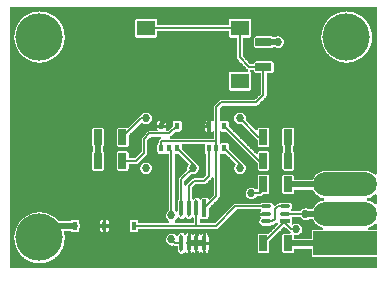
<source format=gtl>
%FSLAX33Y33*%
%MOMM*%
%AMRect-W670710-H1320710-RO1.000*
21,1,0.67071,1.32071,0.,0.,180*%
%AMRect-W670710-H1320710-RO1.500*
21,1,0.67071,1.32071,0.,0.,90*%
%AMRect-W900000-H335831-RO1.000*
21,1,0.9,0.335831,0.,0.,180*%
%AMRR-H335831-W900000-R167915-RO1.000*
21,1,0.56417,0.335831,0.,0.,180*
21,1,0.9,0.000001,0.,0.,180*
1,1,0.33583,0.282085,-0.0000005*
1,1,0.33583,-0.282085,-0.0000005*
1,1,0.33583,-0.282085,0.0000005*
1,1,0.33583,0.282085,0.0000005*%
%AMRect-W1458141-H335831-RO0.500*
21,1,1.458141,0.335831,0.,0.,270*%
%AMRR-H335831-W1458141-R167915-RO0.500*
21,1,1.122311,0.335831,0.,0.,270*
21,1,1.458141,0.000001,0.,0.,270*
1,1,0.33583,0.0000005,0.5611555*
1,1,0.33583,0.0000005,-0.5611555*
1,1,0.33583,-0.0000005,-0.5611555*
1,1,0.33583,-0.0000005,0.5611555*%
%AMRR-H5400000-W2000000-R1000000-RO1.500*
21,1,2.,3.4,0.,0.,90*
1,1,2.,-1.7,-0.*
1,1,2.,-1.7,0.*
1,1,2.,1.7,0.*
1,1,2.,1.7,-0.*%
%AMRect-W2000000-H5400000-RO1.500*
21,1,2.,5.4,0.,0.,90*%
%ADD10C,0.0508*%
%ADD11C,0.508*%
%ADD12C,0.1524*%
%ADD13C,0.68834*%
%ADD14R,0.4X0.7*%
%ADD15Rect-W670710-H1320710-RO1.000*%
%ADD16Rect-W670710-H1320710-RO1.500*%
%ADD17R,1.55X1.3*%
%ADD18C,4.*%
%ADD19R,0.42X0.6*%
%ADD20R,0.67071X1.32071*%
%ADD21Rect-W900000-H335831-RO1.000*%
%ADD22RR-H335831-W900000-R167915-RO1.000*%
%ADD23Rect-W1458141-H335831-RO0.500*%
%ADD24RR-H335831-W1458141-R167915-RO0.500*%
%ADD25RR-H5400000-W2000000-R1000000-RO1.500*%
%ADD26Rect-W2000000-H5400000-RO1.500*%
D10*
%LNpour fill*%
G01*
X31500Y1296D02*
X31500Y1296D01*
X26200Y1296*
X26200Y1296*
X26168Y1298*
X26168Y1298*
X26137Y1306*
X26137Y1306*
X26107Y1318*
X26107Y1318*
X26080Y1335*
X26080Y1335*
X26055Y1355*
X26055Y1355*
X26035Y1380*
X26035Y1380*
X26018Y1407*
X26018Y1407*
X26006Y1437*
X26006Y1437*
X25998Y1468*
X25998Y1468*
X25996Y1500*
X25996Y1500*
X25996Y2042*
X24590Y2042*
X24590Y1840*
X24590Y1840*
X24587Y1808*
X24587Y1808*
X24580Y1776*
X24580Y1776*
X24568Y1747*
X24568Y1747*
X24551Y1719*
X24551Y1719*
X24530Y1695*
X24530Y1695*
X24506Y1674*
X24506Y1674*
X24478Y1657*
X24478Y1657*
X24449Y1645*
X24449Y1645*
X24417Y1638*
X24417Y1638*
X24385Y1635*
X24385Y1635*
X23715Y1635*
X23715Y1635*
X23683Y1638*
X23683Y1638*
X23651Y1645*
X23651Y1645*
X23622Y1657*
X23622Y1657*
X23594Y1674*
X23594Y1674*
X23570Y1695*
X23570Y1695*
X23549Y1719*
X23549Y1719*
X23532Y1747*
X23532Y1747*
X23520Y1776*
X23520Y1776*
X23513Y1808*
X23513Y1808*
X23510Y1840*
X23510Y1840*
X23510Y3160*
X23510Y3160*
X23513Y3192*
X23513Y3192*
X23520Y3224*
X23520Y3224*
X23532Y3253*
X23532Y3253*
X23549Y3281*
X23549Y3281*
X23570Y3305*
X23570Y3305*
X23594Y3326*
X23594Y3326*
X23622Y3343*
X23622Y3343*
X23651Y3355*
X23651Y3355*
X23683Y3362*
X23683Y3362*
X23715Y3365*
X23715Y3365*
X24183Y3365*
X24213Y3450*
X24174Y3481*
X24160Y3489*
X24160Y3489*
X24149Y3500*
X24137Y3510*
X24137Y3510*
X23735Y3911*
X22490Y2666*
X22490Y1840*
X22490Y1840*
X22487Y1808*
X22487Y1808*
X22480Y1776*
X22480Y1776*
X22468Y1747*
X22468Y1747*
X22451Y1719*
X22451Y1719*
X22430Y1695*
X22430Y1695*
X22406Y1674*
X22406Y1674*
X22378Y1657*
X22378Y1657*
X22349Y1645*
X22349Y1645*
X22317Y1638*
X22317Y1638*
X22285Y1635*
X22285Y1635*
X21615Y1635*
X21615Y1635*
X21583Y1638*
X21583Y1638*
X21551Y1645*
X21551Y1645*
X21522Y1657*
X21522Y1657*
X21494Y1674*
X21494Y1674*
X21470Y1695*
X21470Y1695*
X21449Y1719*
X21449Y1719*
X21432Y1747*
X21432Y1747*
X21420Y1776*
X21420Y1776*
X21413Y1808*
X21413Y1808*
X21410Y1840*
X21410Y1840*
X21410Y3160*
X21410Y3160*
X21413Y3192*
X21413Y3192*
X21420Y3224*
X21420Y3224*
X21432Y3253*
X21432Y3253*
X21449Y3281*
X21449Y3281*
X21470Y3305*
X21470Y3305*
X21494Y3326*
X21494Y3326*
X21522Y3343*
X21522Y3343*
X21551Y3355*
X21551Y3355*
X21583Y3362*
X21583Y3362*
X21615Y3365*
X21615Y3365*
X22285Y3365*
X22285Y3365*
X22317Y3362*
X22317Y3362*
X22378Y3348*
X23142Y4112*
X23133Y4150*
X23133Y4150*
X23130Y4189*
X23064Y4221*
X22916Y4119*
X22916Y4119*
X22897Y4109*
X22879Y4097*
X22879Y4097*
X22869Y4094*
X22861Y4089*
X22861Y4089*
X22840Y4084*
X22820Y4076*
X22820Y4076*
X22810Y4075*
X22800Y4073*
X22800Y4073*
X22779Y4072*
X22757Y4069*
X22757Y4069*
X22737Y4069*
X22703Y4041*
X22703Y4041*
X22639Y4007*
X22639Y4007*
X22569Y3986*
X22569Y3986*
X22497Y3979*
X22497Y3979*
X21933Y3979*
X21933Y3979*
X21860Y3986*
X21860Y3986*
X21790Y4007*
X21790Y4007*
X21726Y4041*
X21726Y4041*
X21670Y4087*
X21670Y4087*
X21624Y4144*
X21624Y4144*
X21589Y4208*
X21589Y4208*
X21568Y4278*
X21568Y4278*
X21561Y4350*
X21561Y4350*
X21568Y4422*
X21568Y4422*
X21589Y4492*
X21589Y4492*
X21624Y4556*
X21624Y4556*
X21670Y4613*
X21670Y4613*
X21746Y4675*
X21670Y4737*
X21670Y4737*
X21624Y4794*
X21624Y4794*
X21589Y4858*
X21589Y4858*
X21577Y4898*
X21577Y4899*
X21815Y4899*
X21815Y5101*
X21577Y5101*
X21577Y5102*
X21589Y5142*
X21589Y5142*
X21624Y5206*
X21624Y5206*
X21698Y5297*
X21664Y5369*
X19741Y5369*
X18257Y3886*
X18219Y3825*
X18219Y3825*
X18175Y3781*
X18175Y3781*
X18122Y3747*
X18122Y3747*
X18062Y3726*
X18062Y3726*
X18000Y3719*
X18000Y3719*
X16402Y3719*
X16387Y3714*
X16387Y3714*
X16325Y3707*
X16325Y3707*
X16263Y3714*
X16263Y3714*
X16248Y3719*
X11404Y3719*
X11404Y3650*
X11404Y3650*
X11402Y3618*
X11402Y3618*
X11394Y3587*
X11394Y3587*
X11382Y3557*
X11382Y3557*
X11365Y3530*
X11365Y3530*
X11345Y3505*
X11345Y3505*
X11320Y3485*
X11320Y3485*
X11293Y3468*
X11293Y3468*
X11263Y3456*
X11263Y3456*
X11232Y3448*
X11232Y3448*
X11200Y3446*
X11200Y3446*
X10800Y3446*
X10800Y3446*
X10768Y3448*
X10768Y3448*
X10737Y3456*
X10737Y3456*
X10707Y3468*
X10707Y3468*
X10680Y3485*
X10680Y3485*
X10655Y3505*
X10655Y3505*
X10635Y3530*
X10635Y3530*
X10618Y3557*
X10618Y3557*
X10606Y3587*
X10606Y3587*
X10598Y3618*
X10598Y3618*
X10596Y3650*
X10596Y3650*
X10596Y4350*
X10596Y4350*
X10598Y4382*
X10598Y4382*
X10606Y4413*
X10606Y4413*
X10618Y4443*
X10618Y4443*
X10635Y4470*
X10635Y4470*
X10655Y4495*
X10655Y4495*
X10680Y4515*
X10680Y4515*
X10707Y4532*
X10707Y4532*
X10737Y4544*
X10737Y4544*
X10768Y4552*
X10768Y4552*
X10800Y4554*
X10800Y4554*
X11200Y4554*
X11200Y4554*
X11232Y4552*
X11232Y4552*
X11263Y4544*
X11263Y4544*
X11293Y4532*
X11293Y4532*
X11320Y4515*
X11320Y4515*
X11345Y4495*
X11345Y4495*
X11365Y4470*
X11365Y4470*
X11382Y4443*
X11382Y4443*
X11394Y4413*
X11394Y4413*
X11402Y4382*
X11402Y4382*
X11404Y4350*
X11404Y4350*
X11404Y4281*
X13906Y4281*
X13930Y4377*
X13888Y4398*
X13888Y4398*
X13789Y4486*
X13789Y4486*
X13714Y4595*
X13714Y4595*
X13667Y4719*
X13667Y4719*
X13651Y4850*
X13651Y4850*
X13667Y4981*
X13667Y4981*
X13714Y5105*
X13714Y5105*
X13789Y5214*
X13789Y5214*
X13888Y5302*
X13888Y5302*
X13919Y5318*
X13919Y10046*
X13790Y10046*
X13790Y10046*
X13758Y10048*
X13758Y10048*
X13727Y10056*
X13727Y10056*
X13675Y10077*
X13623Y10056*
X13623Y10056*
X13592Y10048*
X13592Y10048*
X13560Y10046*
X13560Y10046*
X13140Y10046*
X13140Y10046*
X13108Y10048*
X13108Y10048*
X13077Y10056*
X13077Y10056*
X13047Y10068*
X13047Y10068*
X13020Y10085*
X13020Y10085*
X12995Y10105*
X12995Y10105*
X12975Y10130*
X12975Y10130*
X12958Y10157*
X12958Y10157*
X12946Y10187*
X12946Y10187*
X12938Y10218*
X12938Y10218*
X12936Y10250*
X12936Y10250*
X12936Y10850*
X12936Y10850*
X12938Y10882*
X12938Y10882*
X12946Y10913*
X12946Y10913*
X12958Y10943*
X12958Y10943*
X12975Y10970*
X12975Y10970*
X12995Y10995*
X12995Y10995*
X13020Y11015*
X13020Y11015*
X13069Y11046*
X13069Y11150*
X13069Y11150*
X13076Y11212*
X13076Y11212*
X13097Y11272*
X13097Y11272*
X13131Y11325*
X13131Y11325*
X13175Y11369*
X13175Y11369*
X13258Y11421*
X13231Y11513*
X12460Y11513*
X12156Y11209*
X12156Y10160*
X12156Y10160*
X12154Y10145*
X12154Y10129*
X12154Y10129*
X12150Y10114*
X12149Y10098*
X12149Y10098*
X12143Y10083*
X12140Y10068*
X12140Y10068*
X12133Y10053*
X12128Y10039*
X12128Y10039*
X12119Y10025*
X12113Y10011*
X12113Y10011*
X12103Y9999*
X12094Y9985*
X12094Y9985*
X12083Y9974*
X12073Y9962*
X12073Y9962*
X11413Y9302*
X11413Y9302*
X11401Y9292*
X11390Y9281*
X11390Y9281*
X11376Y9272*
X11364Y9262*
X11364Y9262*
X11350Y9256*
X11336Y9247*
X11336Y9247*
X11322Y9242*
X11307Y9235*
X11307Y9235*
X11292Y9232*
X11277Y9226*
X11277Y9226*
X11261Y9225*
X11246Y9221*
X11246Y9221*
X11230Y9221*
X11215Y9219*
X11215Y9219*
X10590Y9219*
X10590Y8840*
X10590Y8840*
X10587Y8808*
X10587Y8808*
X10580Y8776*
X10580Y8776*
X10568Y8747*
X10568Y8747*
X10551Y8719*
X10551Y8719*
X10530Y8695*
X10530Y8695*
X10506Y8674*
X10506Y8674*
X10478Y8657*
X10478Y8657*
X10449Y8645*
X10449Y8645*
X10417Y8638*
X10417Y8638*
X10385Y8635*
X10385Y8635*
X9715Y8635*
X9715Y8635*
X9683Y8638*
X9683Y8638*
X9651Y8645*
X9651Y8645*
X9622Y8657*
X9622Y8657*
X9594Y8674*
X9594Y8674*
X9570Y8695*
X9570Y8695*
X9549Y8719*
X9549Y8719*
X9532Y8747*
X9532Y8747*
X9520Y8776*
X9520Y8776*
X9513Y8808*
X9513Y8808*
X9510Y8840*
X9510Y8840*
X9510Y10160*
X9510Y10160*
X9513Y10192*
X9513Y10192*
X9520Y10224*
X9520Y10224*
X9532Y10253*
X9532Y10253*
X9549Y10281*
X9549Y10281*
X9570Y10305*
X9570Y10305*
X9594Y10326*
X9594Y10326*
X9622Y10343*
X9622Y10343*
X9651Y10355*
X9651Y10355*
X9683Y10362*
X9683Y10362*
X9715Y10365*
X9715Y10365*
X10385Y10365*
X10385Y10365*
X10417Y10362*
X10417Y10362*
X10449Y10355*
X10449Y10355*
X10478Y10343*
X10478Y10343*
X10506Y10326*
X10506Y10326*
X10530Y10305*
X10530Y10305*
X10551Y10281*
X10551Y10281*
X10568Y10253*
X10568Y10253*
X10580Y10224*
X10580Y10224*
X10587Y10192*
X10587Y10192*
X10590Y10160*
X10590Y10160*
X10590Y9781*
X11098Y9781*
X11594Y10277*
X11594Y11325*
X11594Y11325*
X11596Y11341*
X11596Y11356*
X11596Y11356*
X11600Y11372*
X11601Y11387*
X11601Y11387*
X11607Y11402*
X11610Y11418*
X11610Y11418*
X11617Y11432*
X11622Y11447*
X11622Y11447*
X11631Y11460*
X11637Y11474*
X11637Y11474*
X11647Y11487*
X11656Y11500*
X11656Y11500*
X11667Y11511*
X11677Y11523*
X11677Y11523*
X12145Y11992*
X12145Y11992*
X12157Y12002*
X12168Y12013*
X12168Y12013*
X12182Y12021*
X12194Y12031*
X12194Y12031*
X12208Y12038*
X12222Y12046*
X12222Y12046*
X12237Y12052*
X12251Y12058*
X12251Y12058*
X12266Y12062*
X12281Y12067*
X12281Y12067*
X12297Y12069*
X12312Y12072*
X12312Y12072*
X12328Y12072*
X12343Y12074*
X12343Y12074*
X12942Y12074*
X12936Y12150*
X12936Y12150*
X12936Y12349*
X12936Y12349*
X13191Y12349*
X13191Y12551*
X12936Y12551*
X12936Y12551*
X12936Y12750*
X12936Y12750*
X12938Y12782*
X12938Y12782*
X12946Y12813*
X12946Y12813*
X12958Y12843*
X12958Y12843*
X12975Y12870*
X12975Y12870*
X12995Y12895*
X12995Y12895*
X13020Y12915*
X13020Y12915*
X13047Y12932*
X13047Y12932*
X13077Y12944*
X13077Y12944*
X13108Y12952*
X13108Y12952*
X13140Y12954*
X13140Y12954*
X13249Y12954*
X13249Y12954*
X13249Y12699*
X13451Y12699*
X13451Y12954*
X13451Y12954*
X13560Y12954*
X13560Y12954*
X13592Y12952*
X13592Y12952*
X13623Y12944*
X13623Y12944*
X13653Y12932*
X13653Y12932*
X13680Y12915*
X13680Y12915*
X13705Y12895*
X13705Y12895*
X13725Y12870*
X13725Y12870*
X13742Y12843*
X13742Y12843*
X13754Y12813*
X13754Y12813*
X13762Y12782*
X13762Y12782*
X13764Y12750*
X13764Y12750*
X13764Y12551*
X13764Y12551*
X13509Y12551*
X13509Y12349*
X13764Y12349*
X13764Y12349*
X13764Y12150*
X13764Y12150*
X13758Y12074*
X13877Y12074*
X14236Y12432*
X14236Y12750*
X14236Y12750*
X14238Y12782*
X14238Y12782*
X14246Y12813*
X14246Y12813*
X14258Y12843*
X14258Y12843*
X14275Y12870*
X14275Y12870*
X14295Y12895*
X14295Y12895*
X14320Y12915*
X14320Y12915*
X14347Y12932*
X14347Y12932*
X14377Y12944*
X14377Y12944*
X14408Y12952*
X14408Y12952*
X14440Y12954*
X14440Y12954*
X14860Y12954*
X14860Y12954*
X14892Y12952*
X14892Y12952*
X14923Y12944*
X14923Y12944*
X14953Y12932*
X14953Y12932*
X14980Y12915*
X14980Y12915*
X15005Y12895*
X15005Y12895*
X15025Y12870*
X15025Y12870*
X15042Y12843*
X15042Y12843*
X15054Y12813*
X15054Y12813*
X15062Y12782*
X15062Y12782*
X15064Y12750*
X15064Y12750*
X15064Y12150*
X15064Y12150*
X15062Y12118*
X15062Y12118*
X15054Y12087*
X15054Y12087*
X15042Y12057*
X15042Y12057*
X15025Y12030*
X15025Y12030*
X15005Y12005*
X15005Y12005*
X14980Y11985*
X14980Y11985*
X14953Y11968*
X14953Y11968*
X14923Y11956*
X14923Y11956*
X14892Y11948*
X14892Y11948*
X14860Y11946*
X14860Y11946*
X14542Y11946*
X14198Y11602*
X14198Y11602*
X14186Y11592*
X14168Y11574*
X14168Y11574*
X14086Y11522*
X14112Y11431*
X17719Y11431*
X17719Y11995*
X17623Y11956*
X17623Y11956*
X17592Y11948*
X17592Y11948*
X17560Y11946*
X17560Y11946*
X17451Y11946*
X17451Y11946*
X17451Y12201*
X17249Y12201*
X17249Y11946*
X17249Y11946*
X17140Y11946*
X17140Y11946*
X17108Y11948*
X17108Y11948*
X17077Y11956*
X17077Y11956*
X17047Y11968*
X17047Y11968*
X17020Y11985*
X17020Y11985*
X16995Y12005*
X16995Y12005*
X16975Y12030*
X16975Y12030*
X16958Y12057*
X16958Y12057*
X16946Y12087*
X16946Y12087*
X16938Y12118*
X16938Y12118*
X16936Y12150*
X16936Y12150*
X16936Y12349*
X16936Y12349*
X17191Y12349*
X17191Y12551*
X16936Y12551*
X16936Y12551*
X16936Y12750*
X16936Y12750*
X16938Y12782*
X16938Y12782*
X16946Y12813*
X16946Y12813*
X16958Y12843*
X16958Y12843*
X16975Y12870*
X16975Y12870*
X16995Y12895*
X16995Y12895*
X17020Y12915*
X17020Y12915*
X17047Y12932*
X17047Y12932*
X17077Y12944*
X17077Y12944*
X17108Y12952*
X17108Y12952*
X17140Y12954*
X17140Y12954*
X17249Y12954*
X17249Y12954*
X17249Y12699*
X17451Y12699*
X17451Y12954*
X17451Y12954*
X17560Y12954*
X17560Y12954*
X17592Y12952*
X17592Y12952*
X17623Y12944*
X17623Y12944*
X17719Y12905*
X17719Y14025*
X17719Y14025*
X17721Y14041*
X17721Y14056*
X17721Y14056*
X17725Y14072*
X17726Y14087*
X17726Y14087*
X17732Y14102*
X17735Y14118*
X17735Y14118*
X17742Y14132*
X17747Y14147*
X17747Y14147*
X17756Y14160*
X17762Y14174*
X17762Y14174*
X17772Y14187*
X17781Y14200*
X17781Y14200*
X17792Y14211*
X17802Y14223*
X17802Y14223*
X18202Y14623*
X18202Y14623*
X18214Y14633*
X18225Y14644*
X18225Y14644*
X18238Y14653*
X18251Y14663*
X18251Y14663*
X18265Y14669*
X18278Y14678*
X18278Y14678*
X18293Y14683*
X18307Y14690*
X18307Y14690*
X18323Y14693*
X18338Y14699*
X18338Y14699*
X18353Y14700*
X18369Y14704*
X18369Y14704*
X18384Y14704*
X18400Y14706*
X18400Y14706*
X21223Y14706*
X21719Y15202*
X21719Y16910*
X21340Y16910*
X21340Y16910*
X21308Y16913*
X21308Y16913*
X21276Y16920*
X21276Y16920*
X21247Y16932*
X21247Y16932*
X21219Y16949*
X21219Y16949*
X21195Y16970*
X21195Y16970*
X21174Y16994*
X21174Y16994*
X21157Y17022*
X21157Y17022*
X21145Y17051*
X21145Y17051*
X21138Y17083*
X21138Y17083*
X21131Y17169*
X20876Y17169*
X20845Y17087*
X20895Y17045*
X20895Y17045*
X20915Y17020*
X20915Y17020*
X20932Y16993*
X20932Y16993*
X20944Y16963*
X20944Y16963*
X20952Y16932*
X20952Y16932*
X20954Y16900*
X20954Y16900*
X20954Y15600*
X20954Y15600*
X20952Y15568*
X20952Y15568*
X20944Y15537*
X20944Y15537*
X20932Y15507*
X20932Y15507*
X20915Y15480*
X20915Y15480*
X20895Y15455*
X20895Y15455*
X20870Y15435*
X20870Y15435*
X20843Y15418*
X20843Y15418*
X20813Y15406*
X20813Y15406*
X20782Y15398*
X20782Y15398*
X20750Y15396*
X20750Y15396*
X19200Y15396*
X19200Y15396*
X19168Y15398*
X19168Y15398*
X19137Y15406*
X19137Y15406*
X19107Y15418*
X19107Y15418*
X19080Y15435*
X19080Y15435*
X19055Y15455*
X19055Y15455*
X19035Y15480*
X19035Y15480*
X19018Y15507*
X19018Y15507*
X19006Y15537*
X19006Y15537*
X18998Y15568*
X18998Y15568*
X18996Y15600*
X18996Y15600*
X18996Y16900*
X18996Y16900*
X18998Y16932*
X18998Y16932*
X19006Y16963*
X19006Y16963*
X19018Y16993*
X19018Y16993*
X19035Y17020*
X19035Y17020*
X19055Y17045*
X19055Y17045*
X19080Y17065*
X19080Y17065*
X19107Y17082*
X19107Y17082*
X19137Y17094*
X19137Y17094*
X19168Y17102*
X19168Y17102*
X19200Y17104*
X19200Y17104*
X20600Y17104*
X20630Y17189*
X20588Y17222*
X20575Y17231*
X20575Y17231*
X20564Y17242*
X20552Y17252*
X20552Y17252*
X19777Y18027*
X19777Y18027*
X19767Y18039*
X19756Y18050*
X19756Y18050*
X19747Y18063*
X19737Y18076*
X19737Y18076*
X19731Y18090*
X19722Y18103*
X19722Y18103*
X19717Y18118*
X19710Y18132*
X19710Y18132*
X19707Y18148*
X19701Y18163*
X19701Y18163*
X19700Y18178*
X19696Y18194*
X19696Y18194*
X19696Y18209*
X19694Y18225*
X19694Y18225*
X19694Y19896*
X19200Y19896*
X19200Y19896*
X19168Y19898*
X19168Y19898*
X19137Y19906*
X19137Y19906*
X19107Y19918*
X19107Y19918*
X19080Y19935*
X19080Y19935*
X19055Y19955*
X19055Y19955*
X19035Y19980*
X19035Y19980*
X19018Y20007*
X19018Y20007*
X19006Y20037*
X19006Y20037*
X18998Y20068*
X18998Y20068*
X18996Y20100*
X18996Y20100*
X18996Y20469*
X13004Y20469*
X13004Y20100*
X13004Y20100*
X13002Y20068*
X13002Y20068*
X12994Y20037*
X12994Y20037*
X12982Y20007*
X12982Y20007*
X12965Y19980*
X12965Y19980*
X12945Y19955*
X12945Y19955*
X12920Y19935*
X12920Y19935*
X12893Y19918*
X12893Y19918*
X12863Y19906*
X12863Y19906*
X12832Y19898*
X12832Y19898*
X12800Y19896*
X12800Y19896*
X11250Y19896*
X11250Y19896*
X11218Y19898*
X11218Y19898*
X11187Y19906*
X11187Y19906*
X11157Y19918*
X11157Y19918*
X11130Y19935*
X11130Y19935*
X11105Y19955*
X11105Y19955*
X11085Y19980*
X11085Y19980*
X11068Y20007*
X11068Y20007*
X11056Y20037*
X11056Y20037*
X11048Y20068*
X11048Y20068*
X11046Y20100*
X11046Y20100*
X11046Y21400*
X11046Y21400*
X11048Y21432*
X11048Y21432*
X11056Y21463*
X11056Y21463*
X11068Y21493*
X11068Y21493*
X11085Y21520*
X11085Y21520*
X11105Y21545*
X11105Y21545*
X11130Y21565*
X11130Y21565*
X11157Y21582*
X11157Y21582*
X11187Y21594*
X11187Y21594*
X11218Y21602*
X11218Y21602*
X11250Y21604*
X11250Y21604*
X12800Y21604*
X12800Y21604*
X12832Y21602*
X12832Y21602*
X12863Y21594*
X12863Y21594*
X12893Y21582*
X12893Y21582*
X12920Y21565*
X12920Y21565*
X12945Y21545*
X12945Y21545*
X12965Y21520*
X12965Y21520*
X12982Y21493*
X12982Y21493*
X12994Y21463*
X12994Y21463*
X13002Y21432*
X13002Y21432*
X13004Y21400*
X13004Y21400*
X13004Y21031*
X18996Y21031*
X18996Y21400*
X18996Y21400*
X18998Y21432*
X18998Y21432*
X19006Y21463*
X19006Y21463*
X19018Y21493*
X19018Y21493*
X19035Y21520*
X19035Y21520*
X19055Y21545*
X19055Y21545*
X19080Y21565*
X19080Y21565*
X19107Y21582*
X19107Y21582*
X19137Y21594*
X19137Y21594*
X19168Y21602*
X19168Y21602*
X19200Y21604*
X19200Y21604*
X20750Y21604*
X20750Y21604*
X20782Y21602*
X20782Y21602*
X20813Y21594*
X20813Y21594*
X20843Y21582*
X20843Y21582*
X20870Y21565*
X20870Y21565*
X20895Y21545*
X20895Y21545*
X20915Y21520*
X20915Y21520*
X20932Y21493*
X20932Y21493*
X20944Y21463*
X20944Y21463*
X20952Y21432*
X20952Y21432*
X20954Y21400*
X20954Y21400*
X20954Y20100*
X20954Y20100*
X20952Y20068*
X20952Y20068*
X20944Y20037*
X20944Y20037*
X20932Y20007*
X20932Y20007*
X20915Y19980*
X20915Y19980*
X20895Y19955*
X20895Y19955*
X20870Y19935*
X20870Y19935*
X20843Y19918*
X20843Y19918*
X20813Y19906*
X20813Y19906*
X20782Y19898*
X20782Y19898*
X20750Y19896*
X20750Y19896*
X20256Y19896*
X20256Y18341*
X20866Y17731*
X21131Y17731*
X21138Y17817*
X21138Y17817*
X21145Y17849*
X21145Y17849*
X21157Y17878*
X21157Y17878*
X21174Y17906*
X21174Y17906*
X21195Y17930*
X21195Y17930*
X21219Y17951*
X21219Y17951*
X21247Y17968*
X21247Y17968*
X21276Y17980*
X21276Y17980*
X21308Y17987*
X21308Y17987*
X21340Y17990*
X21340Y17990*
X22660Y17990*
X22660Y17990*
X22692Y17987*
X22692Y17987*
X22724Y17980*
X22724Y17980*
X22753Y17968*
X22753Y17968*
X22781Y17951*
X22781Y17951*
X22805Y17930*
X22805Y17930*
X22826Y17906*
X22826Y17906*
X22843Y17878*
X22843Y17878*
X22855Y17849*
X22855Y17849*
X22862Y17817*
X22862Y17817*
X22865Y17785*
X22865Y17785*
X22865Y17115*
X22865Y17115*
X22862Y17083*
X22862Y17083*
X22855Y17051*
X22855Y17051*
X22843Y17022*
X22843Y17022*
X22826Y16994*
X22826Y16994*
X22805Y16970*
X22805Y16970*
X22781Y16949*
X22781Y16949*
X22753Y16932*
X22753Y16932*
X22724Y16920*
X22724Y16920*
X22692Y16913*
X22692Y16913*
X22660Y16910*
X22660Y16910*
X22281Y16910*
X22281Y15085*
X22281Y15085*
X22279Y15070*
X22279Y15054*
X22279Y15054*
X22275Y15039*
X22274Y15023*
X22274Y15023*
X22268Y15008*
X22265Y14993*
X22265Y14993*
X22258Y14978*
X22253Y14964*
X22253Y14964*
X22244Y14950*
X22238Y14936*
X22238Y14936*
X22228Y14924*
X22219Y14910*
X22219Y14910*
X22208Y14899*
X22198Y14887*
X22198Y14887*
X21538Y14227*
X21538Y14227*
X21526Y14217*
X21515Y14206*
X21515Y14206*
X21501Y14197*
X21489Y14187*
X21489Y14187*
X21475Y14181*
X21461Y14172*
X21461Y14172*
X21447Y14167*
X21432Y14160*
X21432Y14160*
X21417Y14157*
X21402Y14151*
X21402Y14151*
X21386Y14150*
X21371Y14146*
X21371Y14146*
X21355Y14146*
X21340Y14144*
X21340Y14144*
X18516Y14144*
X18281Y13909*
X18281Y12905*
X18377Y12944*
X18377Y12944*
X18408Y12952*
X18408Y12952*
X18440Y12954*
X18440Y12954*
X18860Y12954*
X18860Y12954*
X18892Y12952*
X18892Y12952*
X18923Y12944*
X18923Y12944*
X18953Y12932*
X18953Y12932*
X18980Y12915*
X18980Y12915*
X19005Y12895*
X19005Y12895*
X19025Y12870*
X19025Y12870*
X19042Y12843*
X19042Y12843*
X19054Y12813*
X19054Y12813*
X19062Y12782*
X19062Y12782*
X19064Y12750*
X19064Y12750*
X19064Y12432*
X21338Y10159*
X21409Y10179*
X21420Y10224*
X21420Y10224*
X21432Y10253*
X21432Y10253*
X21449Y10281*
X21449Y10281*
X21470Y10305*
X21470Y10305*
X21494Y10326*
X21494Y10326*
X21522Y10343*
X21522Y10343*
X21551Y10355*
X21551Y10355*
X21583Y10362*
X21583Y10362*
X21615Y10365*
X21615Y10365*
X22285Y10365*
X22285Y10365*
X22317Y10362*
X22317Y10362*
X22349Y10355*
X22349Y10355*
X22378Y10343*
X22378Y10343*
X22406Y10326*
X22406Y10326*
X22430Y10305*
X22430Y10305*
X22451Y10281*
X22451Y10281*
X22468Y10253*
X22468Y10253*
X22480Y10224*
X22480Y10224*
X22487Y10192*
X22487Y10192*
X22490Y10160*
X22490Y10160*
X22490Y8840*
X22490Y8840*
X22487Y8808*
X22487Y8808*
X22480Y8776*
X22480Y8776*
X22468Y8747*
X22468Y8747*
X22451Y8719*
X22451Y8719*
X22430Y8695*
X22430Y8695*
X22406Y8674*
X22406Y8674*
X22378Y8657*
X22378Y8657*
X22349Y8645*
X22349Y8645*
X22317Y8638*
X22317Y8638*
X22285Y8635*
X22285Y8635*
X21615Y8635*
X21615Y8635*
X21583Y8638*
X21583Y8638*
X21551Y8645*
X21551Y8645*
X21522Y8657*
X21522Y8657*
X21494Y8674*
X21494Y8674*
X21470Y8695*
X21470Y8695*
X21449Y8719*
X21449Y8719*
X21432Y8747*
X21432Y8747*
X21420Y8776*
X21420Y8776*
X21413Y8808*
X21413Y8808*
X21410Y8840*
X21410Y8840*
X21410Y9293*
X18758Y11946*
X18440Y11946*
X18440Y11946*
X18408Y11948*
X18408Y11948*
X18377Y11956*
X18377Y11956*
X18281Y11995*
X18281Y11005*
X18377Y11044*
X18377Y11044*
X18408Y11052*
X18408Y11052*
X18440Y11054*
X18440Y11054*
X18860Y11054*
X18860Y11054*
X18892Y11052*
X18892Y11052*
X18923Y11044*
X18923Y11044*
X18953Y11032*
X18953Y11032*
X18980Y11015*
X18980Y11015*
X19005Y10995*
X19005Y10995*
X19025Y10970*
X19025Y10970*
X19042Y10943*
X19042Y10943*
X19054Y10913*
X19054Y10913*
X19062Y10882*
X19062Y10882*
X19064Y10850*
X19064Y10850*
X19064Y10532*
X20173Y9423*
X20173Y9423*
X20183Y9411*
X20194Y9400*
X20194Y9400*
X20203Y9387*
X20225Y9359*
X20287Y9327*
X20287Y9327*
X20386Y9239*
X20386Y9239*
X20461Y9130*
X20461Y9130*
X20508Y9006*
X20508Y9006*
X20524Y8875*
X20524Y8875*
X20508Y8744*
X20508Y8744*
X20461Y8620*
X20461Y8620*
X20386Y8511*
X20386Y8511*
X20287Y8423*
X20287Y8423*
X20170Y8362*
X20170Y8362*
X20041Y8330*
X20041Y8330*
X19909Y8330*
X19909Y8330*
X19780Y8362*
X19780Y8362*
X19663Y8423*
X19663Y8423*
X19564Y8511*
X19564Y8511*
X19489Y8620*
X19489Y8620*
X19442Y8744*
X19442Y8744*
X19426Y8875*
X19426Y8875*
X19442Y9006*
X19442Y9006*
X19489Y9130*
X19489Y9130*
X19564Y9239*
X18758Y10046*
X18440Y10046*
X18440Y10046*
X18408Y10048*
X18408Y10048*
X18377Y10056*
X18377Y10056*
X18281Y10095*
X18281Y6502*
X18281Y6502*
X18279Y6486*
X18279Y6471*
X18279Y6471*
X18275Y6455*
X18274Y6440*
X18274Y6440*
X18268Y6425*
X18265Y6409*
X18265Y6409*
X18258Y6395*
X18253Y6380*
X18253Y6380*
X18244Y6367*
X18238Y6353*
X18238Y6353*
X18228Y6340*
X18219Y6327*
X18219Y6327*
X18208Y6316*
X18198Y6304*
X18198Y6304*
X17347Y5452*
X17347Y4748*
X17347Y4748*
X17345Y4716*
X17345Y4716*
X17337Y4685*
X17337Y4685*
X17325Y4655*
X17325Y4655*
X17308Y4628*
X17308Y4628*
X17287Y4603*
X17287Y4603*
X17263Y4583*
X17263Y4583*
X17236Y4566*
X17236Y4566*
X17206Y4553*
X17206Y4553*
X17175Y4546*
X17175Y4546*
X17143Y4543*
X17143Y4543*
X16807Y4543*
X16807Y4543*
X16775Y4546*
X16775Y4546*
X16744Y4553*
X16744Y4553*
X16714Y4566*
X16714Y4566*
X16670Y4593*
X16606Y4556*
X16606Y4281*
X17859Y4281*
X19427Y5848*
X19427Y5848*
X19439Y5858*
X19450Y5869*
X19450Y5869*
X19463Y5878*
X19476Y5888*
X19476Y5888*
X19490Y5894*
X19503Y5903*
X19503Y5903*
X19518Y5908*
X19532Y5915*
X19532Y5915*
X19548Y5918*
X19563Y5924*
X19563Y5924*
X19578Y5925*
X19594Y5929*
X19594Y5929*
X19609Y5929*
X19625Y5931*
X19625Y5931*
X21692Y5931*
X21726Y5959*
X21726Y5959*
X21790Y5993*
X21790Y5993*
X21860Y6014*
X21860Y6014*
X21933Y6021*
X21933Y6021*
X22497Y6021*
X22497Y6021*
X22569Y6014*
X22569Y6014*
X22639Y5993*
X22639Y5993*
X22703Y5959*
X22703Y5959*
X22759Y5913*
X22759Y5913*
X22806Y5856*
X22806Y5856*
X22840Y5792*
X22840Y5792*
X22853Y5747*
X22930Y5734*
X22991Y5817*
X22991Y5817*
X22995Y5821*
X22998Y5825*
X22998Y5825*
X23016Y5844*
X23034Y5863*
X23034Y5863*
X23038Y5866*
X23042Y5869*
X23042Y5869*
X23064Y5883*
X23086Y5898*
X23086Y5898*
X23091Y5900*
X23095Y5903*
X23095Y5903*
X23120Y5912*
X23145Y5921*
X23145Y5921*
X23150Y5922*
X23155Y5924*
X23155Y5924*
X23181Y5927*
X23207Y5930*
X23207Y5930*
X23212Y5930*
X23217Y5931*
X23217Y5931*
X23263Y5931*
X23297Y5959*
X23297Y5959*
X23361Y5993*
X23361Y5993*
X23431Y6014*
X23431Y6014*
X23503Y6021*
X23503Y6021*
X24067Y6021*
X24067Y6021*
X24140Y6014*
X24140Y6014*
X24210Y5993*
X24210Y5993*
X24274Y5959*
X24274Y5959*
X24330Y5913*
X24330Y5913*
X24376Y5856*
X24376Y5856*
X24411Y5792*
X24411Y5792*
X24432Y5722*
X24432Y5722*
X24439Y5650*
X24439Y5650*
X24432Y5578*
X24432Y5578*
X24411Y5508*
X24411Y5508*
X24376Y5444*
X24376Y5444*
X24302Y5353*
X24336Y5281*
X25082Y5281*
X25139Y5364*
X25139Y5364*
X25238Y5452*
X25238Y5452*
X25355Y5513*
X25355Y5513*
X25484Y5545*
X25484Y5545*
X25616Y5545*
X25616Y5545*
X25745Y5513*
X25745Y5513*
X25848Y5458*
X26091Y5458*
X26158Y5602*
X26158Y5602*
X26278Y5774*
X26278Y5774*
X26426Y5922*
X26426Y5922*
X26598Y6042*
X26598Y6042*
X26788Y6131*
X26788Y6131*
X26991Y6185*
X26991Y6185*
X27070Y6192*
X27070Y6308*
X26991Y6315*
X26991Y6315*
X26788Y6369*
X26788Y6369*
X26598Y6458*
X26598Y6458*
X26426Y6578*
X26426Y6578*
X26278Y6726*
X26278Y6726*
X26158Y6898*
X26158Y6898*
X26091Y7042*
X24590Y7042*
X24590Y6840*
X24590Y6840*
X24587Y6808*
X24587Y6808*
X24580Y6776*
X24580Y6776*
X24568Y6747*
X24568Y6747*
X24551Y6719*
X24551Y6719*
X24530Y6695*
X24530Y6695*
X24506Y6674*
X24506Y6674*
X24478Y6657*
X24478Y6657*
X24449Y6645*
X24449Y6645*
X24417Y6638*
X24417Y6638*
X24385Y6635*
X24385Y6635*
X23715Y6635*
X23715Y6635*
X23683Y6638*
X23683Y6638*
X23651Y6645*
X23651Y6645*
X23622Y6657*
X23622Y6657*
X23594Y6674*
X23594Y6674*
X23570Y6695*
X23570Y6695*
X23549Y6719*
X23549Y6719*
X23532Y6747*
X23532Y6747*
X23520Y6776*
X23520Y6776*
X23513Y6808*
X23513Y6808*
X23510Y6840*
X23510Y6840*
X23510Y8160*
X23510Y8160*
X23513Y8192*
X23513Y8192*
X23520Y8224*
X23520Y8224*
X23532Y8253*
X23532Y8253*
X23549Y8281*
X23549Y8281*
X23570Y8305*
X23570Y8305*
X23594Y8326*
X23594Y8326*
X23622Y8343*
X23622Y8343*
X23651Y8355*
X23651Y8355*
X23683Y8362*
X23683Y8362*
X23715Y8365*
X23715Y8365*
X24385Y8365*
X24385Y8365*
X24417Y8362*
X24417Y8362*
X24449Y8355*
X24449Y8355*
X24478Y8343*
X24478Y8343*
X24506Y8326*
X24506Y8326*
X24530Y8305*
X24530Y8305*
X24551Y8281*
X24551Y8281*
X24568Y8253*
X24568Y8253*
X24580Y8224*
X24580Y8224*
X24587Y8192*
X24587Y8192*
X24590Y8160*
X24590Y8160*
X24590Y7958*
X26091Y7958*
X26158Y8102*
X26158Y8102*
X26278Y8274*
X26278Y8274*
X26426Y8422*
X26426Y8422*
X26598Y8542*
X26598Y8542*
X26788Y8631*
X26788Y8631*
X26991Y8685*
X26991Y8685*
X27200Y8703*
X27200Y8703*
X30600Y8703*
X30600Y8703*
X30809Y8685*
X30809Y8685*
X31012Y8631*
X31012Y8631*
X31202Y8542*
X31202Y8542*
X31374Y8422*
X31374Y8422*
X31422Y8374*
X31500Y8406*
X31500Y22500*
X0500Y22500*
X0500Y0500*
X31500Y0500*
X31500Y1296*
X29000Y17796D02*
X28510Y17851D01*
X28044Y18014*
X27626Y18277*
X27277Y18626*
X27014Y19044*
X26851Y19510*
X26796Y20000*
X26851Y20490*
X27014Y20956*
X27277Y21374*
X27626Y21723*
X28044Y21986*
X28510Y22149*
X29000Y22204*
X29490Y22149*
X29956Y21986*
X30374Y21723*
X30723Y21374*
X30986Y20956*
X31149Y20490*
X31204Y20000*
X31149Y19510*
X30986Y19044*
X30723Y18626*
X30374Y18277*
X29956Y18014*
X29490Y17851*
X29000Y17796*
X3000Y17796D02*
X2510Y17851D01*
X2044Y18014*
X1626Y18277*
X1277Y18626*
X1014Y19044*
X0851Y19510*
X0796Y20000*
X0851Y20490*
X1014Y20956*
X1277Y21374*
X1626Y21723*
X2044Y21986*
X2510Y22149*
X3000Y22204*
X3490Y22149*
X3956Y21986*
X4374Y21723*
X4723Y21374*
X4986Y20956*
X5149Y20490*
X5204Y20000*
X5149Y19510*
X4986Y19044*
X4723Y18626*
X4374Y18277*
X3956Y18014*
X3490Y17851*
X3000Y17796*
X23266Y19006D02*
X23134Y19006D01*
X23006Y19037*
X22902Y19092*
X22823Y19092*
X22805Y19070*
X22780Y19049*
X22753Y19033*
X22723Y19020*
X22692Y19013*
X22660Y19010*
X21340Y19010*
X21308Y19013*
X21277Y19020*
X21247Y19033*
X21220Y19049*
X21195Y19070*
X21174Y19095*
X21158Y19122*
X21145Y19152*
X21138Y19183*
X21135Y19215*
X21135Y19885*
X21138Y19917*
X21145Y19948*
X21158Y19978*
X21174Y20005*
X21195Y20030*
X21220Y20051*
X21247Y20067*
X21277Y20080*
X21308Y20087*
X21340Y20090*
X22660Y20090*
X22692Y20087*
X22723Y20080*
X22753Y20067*
X22780Y20051*
X22805Y20030*
X22823Y20008*
X22902Y20008*
X23006Y20063*
X23134Y20094*
X23266Y20094*
X23394Y20063*
X23512Y20001*
X23610Y19914*
X23686Y19805*
X23732Y19681*
X23748Y19550*
X23732Y19419*
X23686Y19295*
X23610Y19186*
X23512Y19099*
X23394Y19037*
X23266Y19006*
X10385Y10635D02*
X9715Y10635D01*
X9683Y10638*
X9652Y10645*
X9622Y10658*
X9595Y10674*
X9570Y10695*
X9549Y10720*
X9533Y10747*
X9520Y10777*
X9513Y10808*
X9510Y10840*
X9510Y12160*
X9513Y12192*
X9520Y12223*
X9533Y12253*
X9549Y12280*
X9570Y12305*
X9595Y12326*
X9622Y12342*
X9652Y12355*
X9683Y12362*
X9715Y12365*
X10385Y12365*
X10417Y12362*
X10448Y12355*
X10491Y12337*
X11452Y13298*
X11464Y13308*
X11475Y13319*
X11489Y13328*
X11501Y13337*
X11515Y13344*
X11545Y13363*
X11615Y13464*
X11713Y13551*
X11831Y13613*
X11959Y13644*
X12091Y13644*
X12219Y13613*
X12337Y13551*
X12435Y13464*
X12511Y13355*
X12557Y13231*
X12573Y13100*
X12557Y12969*
X12511Y12845*
X12435Y12736*
X12337Y12649*
X12219Y12587*
X12091Y12556*
X11959Y12556*
X11831Y12587*
X11713Y12649*
X11651Y12704*
X10590Y11643*
X10590Y10840*
X10587Y10808*
X10580Y10777*
X10567Y10747*
X10551Y10720*
X10530Y10695*
X10505Y10674*
X10478Y10658*
X10448Y10645*
X10417Y10638*
X10385Y10635*
X22285Y10635D02*
X21615Y10635D01*
X21583Y10638*
X21552Y10645*
X21522Y10658*
X21495Y10674*
X21470Y10695*
X21449Y10720*
X21433Y10747*
X21420Y10777*
X21413Y10808*
X21410Y10840*
X21410Y11271*
X21389Y11292*
X21377Y11302*
X20107Y12572*
X20041Y12556*
X19909Y12556*
X19781Y12587*
X19663Y12649*
X19565Y12736*
X19489Y12845*
X19443Y12969*
X19427Y13100*
X19443Y13231*
X19489Y13355*
X19565Y13464*
X19663Y13551*
X19781Y13613*
X19909Y13644*
X20041Y13644*
X20169Y13613*
X20287Y13551*
X20385Y13464*
X20461Y13355*
X20507Y13231*
X20523Y13100*
X20507Y12965*
X21333Y12138*
X21405Y12159*
X21420Y12223*
X21433Y12253*
X21449Y12280*
X21470Y12305*
X21495Y12326*
X21522Y12342*
X21552Y12355*
X21583Y12362*
X21615Y12365*
X22285Y12365*
X22317Y12362*
X22348Y12355*
X22378Y12342*
X22405Y12326*
X22430Y12305*
X22451Y12280*
X22467Y12253*
X22480Y12223*
X22487Y12192*
X22490Y12160*
X22490Y10840*
X22487Y10808*
X22480Y10777*
X22467Y10747*
X22451Y10720*
X22430Y10695*
X22405Y10674*
X22378Y10658*
X22348Y10645*
X22317Y10638*
X22285Y10635*
X8285Y8635D02*
X7615Y8635D01*
X7583Y8638*
X7552Y8645*
X7522Y8658*
X7495Y8674*
X7470Y8695*
X7449Y8720*
X7433Y8747*
X7420Y8777*
X7413Y8808*
X7410Y8840*
X7410Y10160*
X7413Y10192*
X7420Y10223*
X7433Y10253*
X7449Y10280*
X7470Y10305*
X7492Y10323*
X7492Y10677*
X7470Y10695*
X7449Y10720*
X7433Y10747*
X7420Y10777*
X7413Y10808*
X7410Y10840*
X7410Y12160*
X7413Y12192*
X7420Y12223*
X7433Y12253*
X7449Y12280*
X7470Y12305*
X7495Y12326*
X7522Y12342*
X7552Y12355*
X7583Y12362*
X7615Y12365*
X8285Y12365*
X8317Y12362*
X8348Y12355*
X8378Y12342*
X8405Y12326*
X8430Y12305*
X8451Y12280*
X8467Y12253*
X8480Y12223*
X8487Y12192*
X8490Y12160*
X8490Y10840*
X8487Y10808*
X8480Y10777*
X8467Y10747*
X8451Y10720*
X8430Y10695*
X8408Y10677*
X8408Y10323*
X8430Y10305*
X8451Y10280*
X8467Y10253*
X8480Y10223*
X8487Y10192*
X8490Y10160*
X8490Y8840*
X8487Y8808*
X8480Y8777*
X8467Y8747*
X8451Y8720*
X8430Y8695*
X8405Y8674*
X8378Y8658*
X8348Y8645*
X8317Y8638*
X8285Y8635*
X24385Y8635D02*
X23715Y8635D01*
X23683Y8638*
X23652Y8645*
X23622Y8658*
X23595Y8674*
X23570Y8695*
X23549Y8720*
X23533Y8747*
X23520Y8777*
X23513Y8808*
X23510Y8840*
X23510Y10160*
X23513Y10192*
X23520Y10223*
X23533Y10253*
X23549Y10280*
X23570Y10305*
X23592Y10323*
X23592Y10677*
X23570Y10695*
X23549Y10720*
X23533Y10747*
X23520Y10777*
X23513Y10808*
X23510Y10840*
X23510Y12160*
X23513Y12192*
X23520Y12223*
X23533Y12253*
X23549Y12280*
X23570Y12305*
X23595Y12326*
X23622Y12342*
X23652Y12355*
X23683Y12362*
X23715Y12365*
X24385Y12365*
X24417Y12362*
X24448Y12355*
X24478Y12342*
X24505Y12326*
X24530Y12305*
X24551Y12280*
X24567Y12253*
X24580Y12223*
X24587Y12192*
X24590Y12160*
X24590Y10840*
X24587Y10808*
X24580Y10777*
X24567Y10747*
X24551Y10720*
X24530Y10695*
X24508Y10677*
X24508Y10323*
X24530Y10305*
X24551Y10280*
X24567Y10253*
X24580Y10223*
X24587Y10192*
X24590Y10160*
X24590Y8840*
X24587Y8808*
X24580Y8777*
X24567Y8747*
X24551Y8720*
X24530Y8695*
X24505Y8674*
X24478Y8658*
X24448Y8645*
X24417Y8638*
X24385Y8635*
X12091Y8331D02*
X11959Y8331D01*
X11831Y8362*
X11713Y8424*
X11615Y8511*
X11539Y8620*
X11493Y8744*
X11477Y8875*
X11493Y9006*
X11539Y9130*
X11615Y9239*
X11713Y9326*
X11831Y9388*
X11959Y9419*
X12091Y9419*
X12219Y9388*
X12337Y9326*
X12435Y9239*
X12511Y9130*
X12557Y9006*
X12573Y8875*
X12557Y8744*
X12511Y8620*
X12435Y8511*
X12337Y8424*
X12219Y8362*
X12091Y8331*
X21021Y6212D02*
X20889Y6212D01*
X20761Y6244*
X20643Y6305*
X20545Y6393*
X20469Y6502*
X20423Y6625*
X20407Y6756*
X20423Y6888*
X20469Y7011*
X20545Y7120*
X20643Y7208*
X20761Y7269*
X20889Y7301*
X21021Y7301*
X21149Y7269*
X21267Y7208*
X21336Y7147*
X21410Y7180*
X21410Y8160*
X21413Y8192*
X21420Y8223*
X21433Y8253*
X21449Y8280*
X21470Y8305*
X21495Y8326*
X21522Y8342*
X21552Y8355*
X21583Y8362*
X21615Y8365*
X22285Y8365*
X22317Y8362*
X22348Y8355*
X22378Y8342*
X22405Y8326*
X22430Y8305*
X22451Y8280*
X22467Y8253*
X22480Y8223*
X22487Y8192*
X22490Y8160*
X22490Y6840*
X22487Y6808*
X22480Y6777*
X22467Y6747*
X22451Y6720*
X22430Y6695*
X22405Y6674*
X22378Y6658*
X22348Y6645*
X22317Y6638*
X22285Y6635*
X21965Y6635*
X21887Y6558*
X21875Y6548*
X21864Y6537*
X21850Y6529*
X21838Y6519*
X21824Y6512*
X21811Y6504*
X21796Y6499*
X21782Y6492*
X21766Y6488*
X21751Y6483*
X21736Y6481*
X21720Y6478*
X21705Y6478*
X21689Y6476*
X21423Y6476*
X21365Y6393*
X21267Y6305*
X21149Y6244*
X21021Y6212*
X3000Y0796D02*
X2510Y0851D01*
X2044Y1014*
X1626Y1277*
X1277Y1626*
X1014Y2044*
X0851Y2510*
X0796Y3000*
X0851Y3490*
X1014Y3956*
X1277Y4374*
X1626Y4723*
X2044Y4986*
X2510Y5149*
X3000Y5204*
X3490Y5149*
X3956Y4986*
X4374Y4723*
X4639Y4458*
X5625Y4458*
X5656Y4494*
X5680Y4515*
X5707Y4532*
X5737Y4544*
X5768Y4552*
X5800Y4554*
X6200Y4554*
X6232Y4552*
X6263Y4544*
X6293Y4532*
X6320Y4515*
X6344Y4494*
X6365Y4470*
X6382Y4443*
X6394Y4413*
X6402Y4382*
X6404Y4350*
X6404Y4211*
X6423Y4175*
X6449Y4089*
X6458Y4000*
X6449Y3911*
X6423Y3825*
X6404Y3789*
X6404Y3650*
X6402Y3618*
X6394Y3587*
X6382Y3557*
X6365Y3530*
X6344Y3506*
X6320Y3485*
X6293Y3468*
X6263Y3456*
X6232Y3448*
X6200Y3446*
X5800Y3446*
X5768Y3448*
X5737Y3456*
X5707Y3468*
X5680Y3485*
X5656Y3506*
X5625Y3542*
X5143Y3542*
X5204Y3000*
X5149Y2510*
X4986Y2044*
X4723Y1626*
X4374Y1277*
X3956Y1014*
X3490Y0851*
X3000Y0796*
X8700Y3446D02*
X8602Y3446D01*
X8602Y3701*
X8398Y3701*
X8398Y3446*
X8300Y3446*
X8268Y3448*
X8237Y3456*
X8207Y3468*
X8180Y3485*
X8156Y3506*
X8135Y3530*
X8118Y3557*
X8106Y3587*
X8098Y3618*
X8096Y3650*
X8096Y3898*
X8351Y3898*
X8351Y4102*
X8096Y4102*
X8096Y4350*
X8098Y4382*
X8106Y4413*
X8118Y4443*
X8135Y4470*
X8156Y4494*
X8180Y4515*
X8207Y4532*
X8237Y4544*
X8268Y4552*
X8300Y4554*
X8398Y4554*
X8398Y4299*
X8602Y4299*
X8602Y4554*
X8700Y4554*
X8732Y4552*
X8763Y4544*
X8793Y4532*
X8820Y4515*
X8844Y4494*
X8865Y4470*
X8882Y4443*
X8894Y4413*
X8902Y4382*
X8904Y4350*
X8904Y4102*
X8649Y4102*
X8649Y3898*
X8904Y3898*
X8904Y3650*
X8902Y3618*
X8894Y3587*
X8882Y3557*
X8865Y3530*
X8844Y3506*
X8820Y3485*
X8793Y3468*
X8763Y3456*
X8732Y3448*
X8700Y3446*
X15025Y1591D02*
X14953Y1598D01*
X14883Y1619*
X14819Y1653*
X14763Y1699*
X14716Y1756*
X14682Y1820*
X14661Y1889*
X14654Y1962*
X14654Y2243*
X14527Y2243*
X14511Y2244*
X14496Y2244*
X14480Y2248*
X14465Y2250*
X14450Y2255*
X14434Y2258*
X14420Y2265*
X14405Y2270*
X14392Y2279*
X14378Y2286*
X14365Y2295*
X14326Y2320*
X14266Y2306*
X14134Y2306*
X14006Y2337*
X13888Y2399*
X13790Y2486*
X13714Y2595*
X13668Y2719*
X13652Y2850*
X13668Y2981*
X13714Y3105*
X13790Y3214*
X13888Y3301*
X14006Y3363*
X14134Y3394*
X14266Y3394*
X14394Y3363*
X14512Y3301*
X14655Y3175*
X14716Y3290*
X14763Y3347*
X14819Y3393*
X14883Y3427*
X14953Y3448*
X15025Y3455*
X15097Y3448*
X15167Y3427*
X15231Y3393*
X15287Y3347*
X15350Y3270*
X15413Y3347*
X15469Y3393*
X15533Y3427*
X15573Y3439*
X15573Y3201*
X15777Y3201*
X15777Y3439*
X15817Y3427*
X15881Y3393*
X15937Y3347*
X16000Y3270*
X16063Y3347*
X16119Y3393*
X16183Y3427*
X16223Y3439*
X16223Y3201*
X16427Y3201*
X16427Y3439*
X16467Y3427*
X16531Y3393*
X16587Y3347*
X16650Y3270*
X16713Y3347*
X16769Y3393*
X16833Y3427*
X16873Y3439*
X16873Y3201*
X17077Y3201*
X17077Y3439*
X17117Y3427*
X17181Y3393*
X17237Y3347*
X17284Y3290*
X17318Y3226*
X17339Y3157*
X17346Y3084*
X17346Y2625*
X17092Y2625*
X17092Y2421*
X17346Y2421*
X17346Y1962*
X17339Y1889*
X17318Y1820*
X17284Y1756*
X17237Y1699*
X17181Y1653*
X17117Y1619*
X17077Y1607*
X17077Y1845*
X16873Y1845*
X16873Y1607*
X16833Y1619*
X16769Y1653*
X16713Y1699*
X16650Y1776*
X16587Y1699*
X16531Y1653*
X16467Y1619*
X16427Y1607*
X16427Y1845*
X16223Y1845*
X16223Y1607*
X16183Y1619*
X16119Y1653*
X16063Y1699*
X16000Y1776*
X15937Y1699*
X15881Y1653*
X15817Y1619*
X15777Y1607*
X15777Y1845*
X15573Y1845*
X15573Y1607*
X15533Y1619*
X15469Y1653*
X15413Y1699*
X15350Y1776*
X15287Y1699*
X15231Y1653*
X15167Y1619*
X15097Y1598*
X15025Y1591*
X0500Y0550D02*
X31500Y0550D01*
X0500Y0599D02*
X31500Y0599D01*
X0500Y0649D02*
X31500Y0649D01*
X0500Y0698D02*
X31500Y0698D01*
X0500Y0748D02*
X31500Y0748D01*
X0500Y0797D02*
X2985Y0797D01*
X3015Y0797D02*
X31500Y0797D01*
X0500Y0847D02*
X2546Y0847D01*
X3454Y0847D02*
X31500Y0847D01*
X0500Y0896D02*
X2380Y0896D01*
X3620Y0896D02*
X31500Y0896D01*
X0500Y0946D02*
X2238Y0946D01*
X3762Y0946D02*
X31500Y0946D01*
X0500Y0995D02*
X2097Y0995D01*
X3903Y0995D02*
X31500Y0995D01*
X0500Y1045D02*
X1994Y1045D01*
X4006Y1045D02*
X31500Y1045D01*
X0500Y1094D02*
X1915Y1094D01*
X4085Y1094D02*
X31500Y1094D01*
X0500Y1144D02*
X1837Y1144D01*
X4163Y1144D02*
X31500Y1144D01*
X0500Y1193D02*
X1758Y1193D01*
X4242Y1193D02*
X31500Y1193D01*
X0500Y1243D02*
X1679Y1243D01*
X4321Y1243D02*
X31500Y1243D01*
X0500Y1292D02*
X1610Y1292D01*
X4390Y1292D02*
X31500Y1292D01*
X0500Y1342D02*
X1560Y1342D01*
X4440Y1342D02*
X26072Y1342D01*
X0500Y1392D02*
X1510Y1392D01*
X4490Y1392D02*
X26028Y1392D01*
X0500Y1441D02*
X1461Y1441D01*
X4539Y1441D02*
X26005Y1441D01*
X0500Y1491D02*
X1411Y1491D01*
X4589Y1491D02*
X25997Y1491D01*
X0500Y1540D02*
X1362Y1540D01*
X4638Y1540D02*
X25996Y1540D01*
X0500Y1590D02*
X1312Y1590D01*
X4688Y1590D02*
X25996Y1590D01*
X0500Y1639D02*
X1268Y1639D01*
X4732Y1639D02*
X14845Y1639D01*
X15205Y1639D02*
X15495Y1639D01*
X15574Y1639D02*
X15776Y1639D01*
X15855Y1639D02*
X16145Y1639D01*
X16224Y1639D02*
X16426Y1639D01*
X16505Y1639D02*
X16795Y1639D01*
X16874Y1639D02*
X17076Y1639D01*
X17155Y1639D02*
X21578Y1639D01*
X22322Y1639D02*
X23678Y1639D01*
X24422Y1639D02*
X25996Y1639D01*
X0500Y1689D02*
X1237Y1689D01*
X4763Y1689D02*
X14775Y1689D01*
X15275Y1689D02*
X15425Y1689D01*
X15574Y1689D02*
X15776Y1689D01*
X15925Y1689D02*
X16075Y1689D01*
X16224Y1689D02*
X16426Y1689D01*
X16575Y1689D02*
X16725Y1689D01*
X16874Y1689D02*
X17076Y1689D01*
X17225Y1689D02*
X21478Y1689D01*
X22422Y1689D02*
X23578Y1689D01*
X24522Y1689D02*
X25996Y1689D01*
X0500Y1738D02*
X1206Y1738D01*
X4794Y1738D02*
X14730Y1738D01*
X15320Y1738D02*
X15380Y1738D01*
X15574Y1738D02*
X15776Y1738D01*
X15970Y1738D02*
X16030Y1738D01*
X16224Y1738D02*
X16426Y1738D01*
X16620Y1738D02*
X16680Y1738D01*
X16874Y1738D02*
X17076Y1738D01*
X17270Y1738D02*
X21438Y1738D01*
X22462Y1738D02*
X23538Y1738D01*
X24562Y1738D02*
X25996Y1738D01*
X0500Y1788D02*
X1175Y1788D01*
X4825Y1788D02*
X14699Y1788D01*
X15574Y1788D02*
X15776Y1788D01*
X16224Y1788D02*
X16426Y1788D01*
X16874Y1788D02*
X17076Y1788D01*
X17301Y1788D02*
X21418Y1788D01*
X22482Y1788D02*
X23518Y1788D01*
X24582Y1788D02*
X25996Y1788D01*
X0500Y1837D02*
X1143Y1837D01*
X4857Y1837D02*
X14677Y1837D01*
X15574Y1837D02*
X15776Y1837D01*
X16224Y1837D02*
X16426Y1837D01*
X16874Y1837D02*
X17076Y1837D01*
X17323Y1837D02*
X21411Y1837D01*
X22489Y1837D02*
X23511Y1837D01*
X24589Y1837D02*
X25996Y1837D01*
X0500Y1887D02*
X1112Y1887D01*
X4888Y1887D02*
X14662Y1887D01*
X17338Y1887D02*
X21410Y1887D01*
X22490Y1887D02*
X23510Y1887D01*
X24590Y1887D02*
X25996Y1887D01*
X0500Y1936D02*
X1081Y1936D01*
X4919Y1936D02*
X14656Y1936D01*
X17344Y1936D02*
X21410Y1936D01*
X22490Y1936D02*
X23510Y1936D01*
X24590Y1936D02*
X25996Y1936D01*
X0500Y1986D02*
X1050Y1986D01*
X4950Y1986D02*
X14654Y1986D01*
X17346Y1986D02*
X21410Y1986D01*
X22490Y1986D02*
X23510Y1986D01*
X24590Y1986D02*
X25996Y1986D01*
X0500Y2035D02*
X1019Y2035D01*
X4981Y2035D02*
X14654Y2035D01*
X17346Y2035D02*
X21410Y2035D01*
X22490Y2035D02*
X23510Y2035D01*
X24590Y2035D02*
X25996Y2035D01*
X0500Y2085D02*
X0999Y2085D01*
X5001Y2085D02*
X14654Y2085D01*
X17346Y2085D02*
X21410Y2085D01*
X22490Y2085D02*
X23510Y2085D01*
X0500Y2134D02*
X0982Y2134D01*
X5018Y2134D02*
X14654Y2134D01*
X17346Y2134D02*
X21410Y2134D01*
X22490Y2134D02*
X23510Y2134D01*
X0500Y2184D02*
X0965Y2184D01*
X5035Y2184D02*
X14654Y2184D01*
X17346Y2184D02*
X21410Y2184D01*
X22490Y2184D02*
X23510Y2184D01*
X0500Y2234D02*
X0947Y2234D01*
X5053Y2234D02*
X14654Y2234D01*
X17346Y2234D02*
X21410Y2234D01*
X22490Y2234D02*
X23510Y2234D01*
X0500Y2283D02*
X0930Y2283D01*
X5070Y2283D02*
X14382Y2283D01*
X17346Y2283D02*
X21410Y2283D01*
X22490Y2283D02*
X23510Y2283D01*
X0500Y2333D02*
X0913Y2333D01*
X5087Y2333D02*
X14023Y2333D01*
X17346Y2333D02*
X21410Y2333D01*
X22490Y2333D02*
X23510Y2333D01*
X0500Y2382D02*
X0895Y2382D01*
X5105Y2382D02*
X13919Y2382D01*
X17346Y2382D02*
X21410Y2382D01*
X22490Y2382D02*
X23510Y2382D01*
X0500Y2432D02*
X0878Y2432D01*
X5122Y2432D02*
X13851Y2432D01*
X17092Y2432D02*
X21410Y2432D01*
X22490Y2432D02*
X23510Y2432D01*
X0500Y2481D02*
X0861Y2481D01*
X5139Y2481D02*
X13795Y2481D01*
X17092Y2481D02*
X21410Y2481D01*
X22490Y2481D02*
X23510Y2481D01*
X0500Y2531D02*
X0848Y2531D01*
X5152Y2531D02*
X13759Y2531D01*
X17092Y2531D02*
X21410Y2531D01*
X22490Y2531D02*
X23510Y2531D01*
X0500Y2580D02*
X0843Y2580D01*
X5157Y2580D02*
X13724Y2580D01*
X17092Y2580D02*
X21410Y2580D01*
X22490Y2580D02*
X23510Y2580D01*
X0500Y2630D02*
X0837Y2630D01*
X5163Y2630D02*
X13701Y2630D01*
X17346Y2630D02*
X21410Y2630D01*
X22490Y2630D02*
X23510Y2630D01*
X0500Y2679D02*
X0832Y2679D01*
X5168Y2679D02*
X13682Y2679D01*
X17346Y2679D02*
X21410Y2679D01*
X22503Y2679D02*
X23510Y2679D01*
X0500Y2729D02*
X0826Y2729D01*
X5174Y2729D02*
X13666Y2729D01*
X17346Y2729D02*
X21410Y2729D01*
X22552Y2729D02*
X23510Y2729D01*
X0500Y2778D02*
X0821Y2778D01*
X5179Y2778D02*
X13660Y2778D01*
X17346Y2778D02*
X21410Y2778D01*
X22602Y2778D02*
X23510Y2778D01*
X0500Y2828D02*
X0815Y2828D01*
X5185Y2828D02*
X13654Y2828D01*
X17346Y2828D02*
X21410Y2828D01*
X22651Y2828D02*
X23510Y2828D01*
X0500Y2877D02*
X0809Y2877D01*
X5191Y2877D02*
X13655Y2877D01*
X17346Y2877D02*
X21410Y2877D01*
X22701Y2877D02*
X23510Y2877D01*
X0500Y2927D02*
X0804Y2927D01*
X5196Y2927D02*
X13661Y2927D01*
X17346Y2927D02*
X21410Y2927D01*
X22751Y2927D02*
X23510Y2927D01*
X0500Y2977D02*
X0798Y2977D01*
X5202Y2977D02*
X13667Y2977D01*
X17346Y2977D02*
X21410Y2977D01*
X22800Y2977D02*
X23510Y2977D01*
X0500Y3026D02*
X0798Y3026D01*
X5202Y3026D02*
X13684Y3026D01*
X17346Y3026D02*
X21410Y3026D01*
X22850Y3026D02*
X23510Y3026D01*
X0500Y3076D02*
X0804Y3076D01*
X5196Y3076D02*
X13703Y3076D01*
X17346Y3076D02*
X21410Y3076D01*
X22899Y3076D02*
X23510Y3076D01*
X0500Y3125D02*
X0810Y3125D01*
X5190Y3125D02*
X13728Y3125D01*
X17342Y3125D02*
X21410Y3125D01*
X22949Y3125D02*
X23510Y3125D01*
X0500Y3175D02*
X0815Y3175D01*
X5185Y3175D02*
X13762Y3175D01*
X17334Y3175D02*
X21412Y3175D01*
X22998Y3175D02*
X23512Y3175D01*
X0500Y3224D02*
X0821Y3224D01*
X5179Y3224D02*
X13801Y3224D01*
X14599Y3224D02*
X14681Y3224D01*
X15574Y3224D02*
X15776Y3224D01*
X16224Y3224D02*
X16426Y3224D01*
X16874Y3224D02*
X17076Y3224D01*
X17319Y3224D02*
X21421Y3224D01*
X23048Y3224D02*
X23521Y3224D01*
X0500Y3274D02*
X0826Y3274D01*
X5174Y3274D02*
X13857Y3274D01*
X14543Y3274D02*
X14707Y3274D01*
X15348Y3274D02*
X15352Y3274D01*
X15574Y3274D02*
X15776Y3274D01*
X15998Y3274D02*
X16002Y3274D01*
X16224Y3274D02*
X16426Y3274D01*
X16648Y3274D02*
X16652Y3274D01*
X16874Y3274D02*
X17076Y3274D01*
X17293Y3274D02*
X21445Y3274D01*
X23097Y3274D02*
X23545Y3274D01*
X0500Y3323D02*
X0832Y3323D01*
X5168Y3323D02*
X13930Y3323D01*
X14470Y3323D02*
X14743Y3323D01*
X15307Y3323D02*
X15393Y3323D01*
X15574Y3323D02*
X15776Y3323D01*
X15957Y3323D02*
X16043Y3323D01*
X16224Y3323D02*
X16426Y3323D01*
X16607Y3323D02*
X16693Y3323D01*
X16874Y3323D02*
X17076Y3323D01*
X17257Y3323D02*
X21492Y3323D01*
X23147Y3323D02*
X23592Y3323D01*
X0500Y3373D02*
X0838Y3373D01*
X5162Y3373D02*
X14045Y3373D01*
X14355Y3373D02*
X14794Y3373D01*
X15256Y3373D02*
X15444Y3373D01*
X15574Y3373D02*
X15776Y3373D01*
X15906Y3373D02*
X16094Y3373D01*
X16224Y3373D02*
X16426Y3373D01*
X16556Y3373D02*
X16744Y3373D01*
X16874Y3373D02*
X17076Y3373D01*
X17206Y3373D02*
X22403Y3373D01*
X23196Y3373D02*
X24186Y3373D01*
X0500Y3422D02*
X0843Y3422D01*
X5157Y3422D02*
X14874Y3422D01*
X15176Y3422D02*
X15524Y3422D01*
X15574Y3422D02*
X15776Y3422D01*
X15826Y3422D02*
X16174Y3422D01*
X16224Y3422D02*
X16426Y3422D01*
X16476Y3422D02*
X16824Y3422D01*
X16874Y3422D02*
X17076Y3422D01*
X17126Y3422D02*
X22453Y3422D01*
X23246Y3422D02*
X24203Y3422D01*
X0500Y3472D02*
X0849Y3472D01*
X5151Y3472D02*
X5701Y3472D01*
X6299Y3472D02*
X8201Y3472D01*
X8399Y3472D02*
X8601Y3472D01*
X8799Y3472D02*
X10701Y3472D01*
X11299Y3472D02*
X22502Y3472D01*
X23295Y3472D02*
X24185Y3472D01*
X0500Y3521D02*
X0862Y3521D01*
X5146Y3521D02*
X5642Y3521D01*
X6358Y3521D02*
X8142Y3521D01*
X8399Y3521D02*
X8601Y3521D01*
X8858Y3521D02*
X10642Y3521D01*
X11358Y3521D02*
X22552Y3521D01*
X23345Y3521D02*
X24126Y3521D01*
X0500Y3571D02*
X0879Y3571D01*
X6388Y3571D02*
X8112Y3571D01*
X8399Y3571D02*
X8601Y3571D01*
X8888Y3571D02*
X10612Y3571D01*
X11388Y3571D02*
X22601Y3571D01*
X23394Y3571D02*
X24076Y3571D01*
X0500Y3620D02*
X0896Y3620D01*
X6402Y3620D02*
X8098Y3620D01*
X8399Y3620D02*
X8601Y3620D01*
X8902Y3620D02*
X10598Y3620D01*
X11402Y3620D02*
X22651Y3620D01*
X23444Y3620D02*
X24027Y3620D01*
X0500Y3670D02*
X0914Y3670D01*
X6404Y3670D02*
X8096Y3670D01*
X8399Y3670D02*
X8601Y3670D01*
X8904Y3670D02*
X10596Y3670D01*
X11404Y3670D02*
X22700Y3670D01*
X23493Y3670D02*
X23977Y3670D01*
X0500Y3719D02*
X0931Y3719D01*
X6404Y3719D02*
X8096Y3719D01*
X8904Y3719D02*
X10596Y3719D01*
X11404Y3719D02*
X16248Y3719D01*
X16402Y3719D02*
X22750Y3719D01*
X23543Y3719D02*
X23928Y3719D01*
X0500Y3769D02*
X0948Y3769D01*
X6404Y3769D02*
X8096Y3769D01*
X8904Y3769D02*
X10596Y3769D01*
X18156Y3769D02*
X22799Y3769D01*
X23593Y3769D02*
X23878Y3769D01*
X0500Y3819D02*
X0966Y3819D01*
X6420Y3819D02*
X8096Y3819D01*
X8904Y3819D02*
X10596Y3819D01*
X18213Y3819D02*
X22849Y3819D01*
X23642Y3819D02*
X23829Y3819D01*
X0500Y3868D02*
X0983Y3868D01*
X6437Y3868D02*
X8096Y3868D01*
X8904Y3868D02*
X10596Y3868D01*
X18246Y3868D02*
X22898Y3868D01*
X23692Y3868D02*
X23779Y3868D01*
X0500Y3918D02*
X1000Y3918D01*
X6450Y3918D02*
X8351Y3918D01*
X8649Y3918D02*
X10596Y3918D01*
X18289Y3918D02*
X22948Y3918D01*
X0500Y3967D02*
X1021Y3967D01*
X6455Y3967D02*
X8351Y3967D01*
X8649Y3967D02*
X10596Y3967D01*
X18339Y3967D02*
X22998Y3967D01*
X0500Y4017D02*
X1052Y4017D01*
X6457Y4017D02*
X8351Y4017D01*
X8649Y4017D02*
X10596Y4017D01*
X18388Y4017D02*
X21773Y4017D01*
X22657Y4017D02*
X23047Y4017D01*
X0500Y4066D02*
X1083Y4066D01*
X6452Y4066D02*
X8351Y4066D01*
X8649Y4066D02*
X10596Y4066D01*
X18438Y4066D02*
X21696Y4066D01*
X22733Y4066D02*
X23097Y4066D01*
X0500Y4116D02*
X1114Y4116D01*
X6442Y4116D02*
X8096Y4116D01*
X8904Y4116D02*
X10596Y4116D01*
X18487Y4116D02*
X21647Y4116D01*
X22910Y4116D02*
X23142Y4116D01*
X0500Y4165D02*
X1145Y4165D01*
X6427Y4165D02*
X8096Y4165D01*
X8904Y4165D02*
X10596Y4165D01*
X18537Y4165D02*
X21613Y4165D01*
X22983Y4165D02*
X23132Y4165D01*
X0500Y4215D02*
X1176Y4215D01*
X6404Y4215D02*
X8096Y4215D01*
X8904Y4215D02*
X10596Y4215D01*
X18586Y4215D02*
X21588Y4215D01*
X23055Y4215D02*
X23078Y4215D01*
X0500Y4264D02*
X1207Y4264D01*
X6404Y4264D02*
X8096Y4264D01*
X8904Y4264D02*
X10596Y4264D01*
X18636Y4264D02*
X21573Y4264D01*
X0500Y4314D02*
X1238Y4314D01*
X6404Y4314D02*
X8096Y4314D01*
X8399Y4314D02*
X8601Y4314D01*
X8904Y4314D02*
X10596Y4314D01*
X11404Y4314D02*
X13914Y4314D01*
X16605Y4314D02*
X17892Y4314D01*
X18685Y4314D02*
X21565Y4314D01*
X0500Y4363D02*
X1270Y4363D01*
X6403Y4363D02*
X8097Y4363D01*
X8399Y4363D02*
X8601Y4363D01*
X8903Y4363D02*
X10597Y4363D01*
X11403Y4363D02*
X13926Y4363D01*
X16605Y4363D02*
X17942Y4363D01*
X18735Y4363D02*
X21563Y4363D01*
X0500Y4413D02*
X1315Y4413D01*
X6395Y4413D02*
X8105Y4413D01*
X8399Y4413D02*
X8601Y4413D01*
X8895Y4413D02*
X10606Y4413D01*
X11394Y4413D02*
X13872Y4413D01*
X16605Y4413D02*
X17991Y4413D01*
X18784Y4413D02*
X21568Y4413D01*
X0500Y4462D02*
X1364Y4462D01*
X4636Y4462D02*
X5628Y4462D01*
X6370Y4462D02*
X8130Y4462D01*
X8399Y4462D02*
X8601Y4462D01*
X8870Y4462D02*
X10630Y4462D01*
X11370Y4462D02*
X13817Y4462D01*
X16605Y4462D02*
X18041Y4462D01*
X18834Y4462D02*
X21581Y4462D01*
X0500Y4512D02*
X1414Y4512D01*
X4586Y4512D02*
X5676Y4512D01*
X6324Y4512D02*
X8176Y4512D01*
X8399Y4512D02*
X8601Y4512D01*
X8824Y4512D02*
X10676Y4512D01*
X11324Y4512D02*
X13772Y4512D01*
X16605Y4512D02*
X18090Y4512D01*
X18883Y4512D02*
X21600Y4512D01*
X0500Y4561D02*
X1463Y4561D01*
X4537Y4561D02*
X13738Y4561D01*
X16614Y4561D02*
X16725Y4561D01*
X17225Y4561D02*
X18140Y4561D01*
X18933Y4561D02*
X21628Y4561D01*
X0500Y4611D02*
X1513Y4611D01*
X4487Y4611D02*
X13708Y4611D01*
X17294Y4611D02*
X18189Y4611D01*
X18983Y4611D02*
X21669Y4611D01*
X0500Y4661D02*
X1563Y4661D01*
X4437Y4661D02*
X13690Y4661D01*
X17327Y4661D02*
X18239Y4661D01*
X19032Y4661D02*
X21729Y4661D01*
X0500Y4710D02*
X1612Y4710D01*
X4388Y4710D02*
X13671Y4710D01*
X17343Y4710D02*
X18289Y4710D01*
X19082Y4710D02*
X21704Y4710D01*
X0500Y4760D02*
X1683Y4760D01*
X4317Y4760D02*
X13663Y4760D01*
X17347Y4760D02*
X18338Y4760D01*
X19131Y4760D02*
X21652Y4760D01*
X0500Y4809D02*
X1762Y4809D01*
X4238Y4809D02*
X13657Y4809D01*
X17347Y4809D02*
X18388Y4809D01*
X19181Y4809D02*
X21616Y4809D01*
X0500Y4859D02*
X1841Y4859D01*
X4159Y4859D02*
X13653Y4859D01*
X17347Y4859D02*
X18437Y4859D01*
X19230Y4859D02*
X21589Y4859D01*
X0500Y4908D02*
X1919Y4908D01*
X4081Y4908D02*
X13659Y4908D01*
X17347Y4908D02*
X18487Y4908D01*
X19280Y4908D02*
X21815Y4908D01*
X0500Y4958D02*
X1998Y4958D01*
X4002Y4958D02*
X13665Y4958D01*
X17347Y4958D02*
X18536Y4958D01*
X19329Y4958D02*
X21815Y4958D01*
X0500Y5007D02*
X2104Y5007D01*
X3896Y5007D02*
X13677Y5007D01*
X17347Y5007D02*
X18586Y5007D01*
X19379Y5007D02*
X21815Y5007D01*
X0500Y5057D02*
X2245Y5057D01*
X3755Y5057D02*
X13696Y5057D01*
X17347Y5057D02*
X18635Y5057D01*
X19428Y5057D02*
X21815Y5057D01*
X0500Y5106D02*
X2387Y5106D01*
X3613Y5106D02*
X13715Y5106D01*
X17347Y5106D02*
X18685Y5106D01*
X19478Y5106D02*
X21579Y5106D01*
X0500Y5156D02*
X2568Y5156D01*
X3432Y5156D02*
X13750Y5156D01*
X17347Y5156D02*
X18734Y5156D01*
X19527Y5156D02*
X21597Y5156D01*
X0500Y5205D02*
X13784Y5205D01*
X17347Y5205D02*
X18784Y5205D01*
X19577Y5205D02*
X21624Y5205D01*
X0500Y5255D02*
X13836Y5255D01*
X17347Y5255D02*
X18833Y5255D01*
X19626Y5255D02*
X21664Y5255D01*
X0500Y5304D02*
X13894Y5304D01*
X17347Y5304D02*
X18883Y5304D01*
X19676Y5304D02*
X21695Y5304D01*
X24325Y5304D02*
X25099Y5304D01*
X0500Y5354D02*
X13920Y5354D01*
X17347Y5354D02*
X18932Y5354D01*
X19725Y5354D02*
X21671Y5354D01*
X24302Y5354D02*
X25133Y5354D01*
X0500Y5403D02*
X13920Y5403D01*
X17347Y5403D02*
X18982Y5403D01*
X24343Y5403D02*
X25184Y5403D01*
X0500Y5453D02*
X13920Y5453D01*
X17348Y5453D02*
X19031Y5453D01*
X24381Y5453D02*
X25242Y5453D01*
X0500Y5503D02*
X13920Y5503D01*
X17397Y5503D02*
X19081Y5503D01*
X24407Y5503D02*
X25336Y5503D01*
X25764Y5503D02*
X26112Y5503D01*
X0500Y5552D02*
X13920Y5552D01*
X17447Y5552D02*
X19131Y5552D01*
X24424Y5552D02*
X26135Y5552D01*
X0500Y5602D02*
X13920Y5602D01*
X17496Y5602D02*
X19180Y5602D01*
X24434Y5602D02*
X26158Y5602D01*
X0500Y5651D02*
X13920Y5651D01*
X17546Y5651D02*
X19230Y5651D01*
X24438Y5651D02*
X26193Y5651D01*
X0500Y5701D02*
X13920Y5701D01*
X17595Y5701D02*
X19279Y5701D01*
X24434Y5701D02*
X26227Y5701D01*
X0500Y5750D02*
X13920Y5750D01*
X17645Y5750D02*
X19329Y5750D01*
X22852Y5750D02*
X22942Y5750D01*
X24423Y5750D02*
X26262Y5750D01*
X0500Y5800D02*
X13920Y5800D01*
X17694Y5800D02*
X19378Y5800D01*
X22835Y5800D02*
X22979Y5800D01*
X24406Y5800D02*
X26305Y5800D01*
X0500Y5849D02*
X13920Y5849D01*
X17744Y5849D02*
X19428Y5849D01*
X22809Y5849D02*
X23022Y5849D01*
X24380Y5849D02*
X26354Y5849D01*
X0500Y5899D02*
X13920Y5899D01*
X17793Y5899D02*
X19497Y5899D01*
X22770Y5899D02*
X23088Y5899D01*
X24341Y5899D02*
X26404Y5899D01*
X0500Y5948D02*
X13920Y5948D01*
X17843Y5948D02*
X21714Y5948D01*
X22715Y5948D02*
X23285Y5948D01*
X24286Y5948D02*
X26465Y5948D01*
X0500Y5998D02*
X13920Y5998D01*
X17892Y5998D02*
X21807Y5998D01*
X22622Y5998D02*
X23378Y5998D01*
X24193Y5998D02*
X26535Y5998D01*
X0500Y6047D02*
X13920Y6047D01*
X17942Y6047D02*
X26610Y6047D01*
X0500Y6097D02*
X13920Y6097D01*
X17991Y6097D02*
X26716Y6097D01*
X0500Y6146D02*
X13920Y6146D01*
X18041Y6146D02*
X26847Y6146D01*
X0500Y6196D02*
X13920Y6196D01*
X18091Y6196D02*
X27070Y6196D01*
X0500Y6245D02*
X13920Y6245D01*
X18140Y6245D02*
X20757Y6245D01*
X21153Y6245D02*
X27070Y6245D01*
X0500Y6295D02*
X13920Y6295D01*
X18190Y6295D02*
X20662Y6295D01*
X21248Y6295D02*
X27070Y6295D01*
X0500Y6345D02*
X13920Y6345D01*
X18231Y6345D02*
X20599Y6345D01*
X21311Y6345D02*
X26881Y6345D01*
X0500Y6394D02*
X13920Y6394D01*
X18257Y6394D02*
X20543Y6394D01*
X21367Y6394D02*
X26735Y6394D01*
X0500Y6444D02*
X13920Y6444D01*
X18274Y6444D02*
X20509Y6444D01*
X21401Y6444D02*
X26629Y6444D01*
X0500Y6493D02*
X13920Y6493D01*
X18279Y6493D02*
X20475Y6493D01*
X21785Y6493D02*
X26548Y6493D01*
X0500Y6543D02*
X13920Y6543D01*
X18280Y6543D02*
X20454Y6543D01*
X21870Y6543D02*
X26477Y6543D01*
X0500Y6592D02*
X13920Y6592D01*
X18280Y6592D02*
X20435Y6592D01*
X21922Y6592D02*
X26413Y6592D01*
X0500Y6642D02*
X13920Y6642D01*
X18280Y6642D02*
X20420Y6642D01*
X22334Y6642D02*
X23667Y6642D01*
X24433Y6642D02*
X26363Y6642D01*
X0500Y6691D02*
X13920Y6691D01*
X18280Y6691D02*
X20414Y6691D01*
X22425Y6691D02*
X23575Y6691D01*
X24525Y6691D02*
X26314Y6691D01*
X0500Y6741D02*
X13920Y6741D01*
X18280Y6741D02*
X20408Y6741D01*
X22464Y6741D02*
X23536Y6741D01*
X24564Y6741D02*
X26268Y6741D01*
X0500Y6790D02*
X13920Y6790D01*
X18280Y6790D02*
X20410Y6790D01*
X22483Y6790D02*
X23517Y6790D01*
X24583Y6790D02*
X26234Y6790D01*
X0500Y6840D02*
X13920Y6840D01*
X18280Y6840D02*
X20417Y6840D01*
X22490Y6840D02*
X23510Y6840D01*
X24590Y6840D02*
X26199Y6840D01*
X0500Y6889D02*
X13920Y6889D01*
X18280Y6889D02*
X20423Y6889D01*
X22490Y6889D02*
X23510Y6889D01*
X24590Y6889D02*
X26164Y6889D01*
X0500Y6939D02*
X13920Y6939D01*
X18280Y6939D02*
X20442Y6939D01*
X22490Y6939D02*
X23510Y6939D01*
X24590Y6939D02*
X26139Y6939D01*
X0500Y6988D02*
X13920Y6988D01*
X18280Y6988D02*
X20461Y6988D01*
X22490Y6988D02*
X23510Y6988D01*
X24590Y6988D02*
X26116Y6988D01*
X0500Y7038D02*
X13920Y7038D01*
X18280Y7038D02*
X20488Y7038D01*
X22490Y7038D02*
X23510Y7038D01*
X24590Y7038D02*
X26093Y7038D01*
X0500Y7087D02*
X13920Y7087D01*
X18280Y7087D02*
X20522Y7087D01*
X22490Y7087D02*
X23510Y7087D01*
X0500Y7137D02*
X13920Y7137D01*
X18280Y7137D02*
X20563Y7137D01*
X22490Y7137D02*
X23510Y7137D01*
X0500Y7187D02*
X13920Y7187D01*
X18280Y7187D02*
X20619Y7187D01*
X21291Y7187D02*
X21410Y7187D01*
X22490Y7187D02*
X23510Y7187D01*
X0500Y7236D02*
X13920Y7236D01*
X18280Y7236D02*
X20697Y7236D01*
X21213Y7236D02*
X21410Y7236D01*
X22490Y7236D02*
X23510Y7236D01*
X0500Y7286D02*
X13920Y7286D01*
X18280Y7286D02*
X20826Y7286D01*
X21084Y7286D02*
X21410Y7286D01*
X22490Y7286D02*
X23510Y7286D01*
X0500Y7335D02*
X13920Y7335D01*
X18280Y7335D02*
X21410Y7335D01*
X22490Y7335D02*
X23510Y7335D01*
X0500Y7385D02*
X13920Y7385D01*
X18280Y7385D02*
X21410Y7385D01*
X22490Y7385D02*
X23510Y7385D01*
X0500Y7434D02*
X13920Y7434D01*
X18280Y7434D02*
X21410Y7434D01*
X22490Y7434D02*
X23510Y7434D01*
X0500Y7484D02*
X13920Y7484D01*
X18280Y7484D02*
X21410Y7484D01*
X22490Y7484D02*
X23510Y7484D01*
X0500Y7533D02*
X13920Y7533D01*
X18280Y7533D02*
X21410Y7533D01*
X22490Y7533D02*
X23510Y7533D01*
X0500Y7583D02*
X13920Y7583D01*
X18280Y7583D02*
X21410Y7583D01*
X22490Y7583D02*
X23510Y7583D01*
X0500Y7632D02*
X13920Y7632D01*
X18280Y7632D02*
X21410Y7632D01*
X22490Y7632D02*
X23510Y7632D01*
X0500Y7682D02*
X13920Y7682D01*
X18280Y7682D02*
X21410Y7682D01*
X22490Y7682D02*
X23510Y7682D01*
X0500Y7731D02*
X13920Y7731D01*
X18280Y7731D02*
X21410Y7731D01*
X22490Y7731D02*
X23510Y7731D01*
X0500Y7781D02*
X13920Y7781D01*
X18280Y7781D02*
X21410Y7781D01*
X22490Y7781D02*
X23510Y7781D01*
X0500Y7830D02*
X13920Y7830D01*
X18280Y7830D02*
X21410Y7830D01*
X22490Y7830D02*
X23510Y7830D01*
X0500Y7880D02*
X13920Y7880D01*
X18280Y7880D02*
X21410Y7880D01*
X22490Y7880D02*
X23510Y7880D01*
X0500Y7929D02*
X13920Y7929D01*
X18280Y7929D02*
X21410Y7929D01*
X22490Y7929D02*
X23510Y7929D01*
X0500Y7979D02*
X13920Y7979D01*
X18280Y7979D02*
X21410Y7979D01*
X22490Y7979D02*
X23510Y7979D01*
X24590Y7979D02*
X26101Y7979D01*
X0500Y8029D02*
X13920Y8029D01*
X18280Y8029D02*
X21410Y8029D01*
X22490Y8029D02*
X23510Y8029D01*
X24590Y8029D02*
X26124Y8029D01*
X0500Y8078D02*
X13920Y8078D01*
X18280Y8078D02*
X21410Y8078D01*
X22490Y8078D02*
X23510Y8078D01*
X24590Y8078D02*
X26147Y8078D01*
X0500Y8128D02*
X13920Y8128D01*
X18280Y8128D02*
X21410Y8128D01*
X22490Y8128D02*
X23510Y8128D01*
X24590Y8128D02*
X26176Y8128D01*
X0500Y8177D02*
X13920Y8177D01*
X18280Y8177D02*
X21412Y8177D01*
X22488Y8177D02*
X23512Y8177D01*
X24588Y8177D02*
X26211Y8177D01*
X0500Y8227D02*
X13920Y8227D01*
X18280Y8227D02*
X21421Y8227D01*
X22479Y8227D02*
X23522Y8227D01*
X24578Y8227D02*
X26246Y8227D01*
X0500Y8276D02*
X13920Y8276D01*
X18280Y8276D02*
X21447Y8276D01*
X22453Y8276D02*
X23547Y8276D01*
X24553Y8276D02*
X26281Y8276D01*
X0500Y8326D02*
X13920Y8326D01*
X18280Y8326D02*
X21494Y8326D01*
X22406Y8326D02*
X23595Y8326D01*
X24505Y8326D02*
X26331Y8326D01*
X0500Y8375D02*
X11805Y8375D01*
X12245Y8375D02*
X13920Y8375D01*
X18280Y8375D02*
X19756Y8375D01*
X20194Y8375D02*
X26380Y8375D01*
X31420Y8375D02*
X31426Y8375D01*
X0500Y8425D02*
X11712Y8425D01*
X12338Y8425D02*
X13920Y8425D01*
X18280Y8425D02*
X19662Y8425D01*
X20288Y8425D02*
X26431Y8425D01*
X31369Y8425D02*
X31500Y8425D01*
X0500Y8474D02*
X11656Y8474D01*
X12394Y8474D02*
X13920Y8474D01*
X18280Y8474D02*
X19606Y8474D01*
X20344Y8474D02*
X26502Y8474D01*
X31298Y8474D02*
X31500Y8474D01*
X0500Y8524D02*
X11606Y8524D01*
X12444Y8524D02*
X13920Y8524D01*
X18280Y8524D02*
X19556Y8524D01*
X20394Y8524D02*
X26572Y8524D01*
X31228Y8524D02*
X31500Y8524D01*
X0500Y8573D02*
X11571Y8573D01*
X12479Y8573D02*
X13920Y8573D01*
X18280Y8573D02*
X19522Y8573D01*
X20428Y8573D02*
X26666Y8573D01*
X31134Y8573D02*
X31500Y8573D01*
X0500Y8623D02*
X11538Y8623D01*
X12512Y8623D02*
X13920Y8623D01*
X18280Y8623D02*
X19488Y8623D01*
X20462Y8623D02*
X26772Y8623D01*
X31028Y8623D02*
X31500Y8623D01*
X0500Y8672D02*
X7497Y8672D01*
X8403Y8672D02*
X9598Y8672D01*
X10502Y8672D02*
X11519Y8672D01*
X12531Y8672D02*
X13920Y8672D01*
X18280Y8672D02*
X19470Y8672D01*
X20480Y8672D02*
X21498Y8672D01*
X22402Y8672D02*
X23597Y8672D01*
X24503Y8672D02*
X26945Y8672D01*
X30855Y8672D02*
X31500Y8672D01*
X0500Y8722D02*
X7448Y8722D01*
X8452Y8722D02*
X9548Y8722D01*
X10552Y8722D02*
X11501Y8722D01*
X12549Y8722D02*
X13920Y8722D01*
X18280Y8722D02*
X19451Y8722D01*
X20499Y8722D02*
X21448Y8722D01*
X22452Y8722D02*
X23548Y8722D01*
X24552Y8722D02*
X31500Y8722D01*
X0500Y8772D02*
X7422Y8772D01*
X8478Y8772D02*
X9523Y8772D01*
X10577Y8772D02*
X11489Y8772D01*
X12561Y8772D02*
X13920Y8772D01*
X18280Y8772D02*
X19439Y8772D01*
X20511Y8772D02*
X21423Y8772D01*
X22477Y8772D02*
X23522Y8772D01*
X24578Y8772D02*
X31500Y8772D01*
X0500Y8821D02*
X7412Y8821D01*
X8488Y8821D02*
X9512Y8821D01*
X10588Y8821D02*
X11483Y8821D01*
X12567Y8821D02*
X13920Y8821D01*
X18280Y8821D02*
X19433Y8821D01*
X20517Y8821D02*
X21412Y8821D01*
X22488Y8821D02*
X23512Y8821D01*
X24588Y8821D02*
X31500Y8821D01*
X0500Y8871D02*
X7410Y8871D01*
X8490Y8871D02*
X9510Y8871D01*
X10590Y8871D02*
X11477Y8871D01*
X12573Y8871D02*
X13920Y8871D01*
X18280Y8871D02*
X19427Y8871D01*
X20523Y8871D02*
X21410Y8871D01*
X22490Y8871D02*
X23510Y8871D01*
X24590Y8871D02*
X31500Y8871D01*
X0500Y8920D02*
X7410Y8920D01*
X8490Y8920D02*
X9510Y8920D01*
X10590Y8920D02*
X11482Y8920D01*
X12568Y8920D02*
X13920Y8920D01*
X18280Y8920D02*
X19432Y8920D01*
X20518Y8920D02*
X21410Y8920D01*
X22490Y8920D02*
X23510Y8920D01*
X24590Y8920D02*
X31500Y8920D01*
X0500Y8970D02*
X7410Y8970D01*
X8490Y8970D02*
X9510Y8970D01*
X10590Y8970D02*
X11488Y8970D01*
X12562Y8970D02*
X13920Y8970D01*
X18280Y8970D02*
X19438Y8970D01*
X20512Y8970D02*
X21410Y8970D01*
X22490Y8970D02*
X23510Y8970D01*
X24590Y8970D02*
X31500Y8970D01*
X0500Y9019D02*
X7410Y9019D01*
X8490Y9019D02*
X9510Y9019D01*
X10590Y9019D02*
X11497Y9019D01*
X12553Y9019D02*
X13920Y9019D01*
X18280Y9019D02*
X19447Y9019D01*
X20503Y9019D02*
X21410Y9019D01*
X22490Y9019D02*
X23510Y9019D01*
X24590Y9019D02*
X31500Y9019D01*
X0500Y9069D02*
X7410Y9069D01*
X8490Y9069D02*
X9510Y9069D01*
X10590Y9069D02*
X11516Y9069D01*
X12534Y9069D02*
X13920Y9069D01*
X18280Y9069D02*
X19466Y9069D01*
X20484Y9069D02*
X21410Y9069D01*
X22490Y9069D02*
X23510Y9069D01*
X24590Y9069D02*
X31500Y9069D01*
X0500Y9118D02*
X7410Y9118D01*
X8490Y9118D02*
X9510Y9118D01*
X10590Y9118D02*
X11535Y9118D01*
X12515Y9118D02*
X13920Y9118D01*
X18280Y9118D02*
X19485Y9118D01*
X20465Y9118D02*
X21410Y9118D01*
X22490Y9118D02*
X23510Y9118D01*
X24590Y9118D02*
X31500Y9118D01*
X0500Y9168D02*
X7410Y9168D01*
X8490Y9168D02*
X9510Y9168D01*
X10590Y9168D02*
X11565Y9168D01*
X12485Y9168D02*
X13920Y9168D01*
X18280Y9168D02*
X19516Y9168D01*
X20434Y9168D02*
X21410Y9168D01*
X22490Y9168D02*
X23510Y9168D01*
X24590Y9168D02*
X31500Y9168D01*
X0500Y9217D02*
X7410Y9217D01*
X8490Y9217D02*
X9510Y9217D01*
X10590Y9217D02*
X11599Y9217D01*
X12451Y9217D02*
X13920Y9217D01*
X18280Y9217D02*
X19550Y9217D01*
X20400Y9217D02*
X21410Y9217D01*
X22490Y9217D02*
X23510Y9217D01*
X24590Y9217D02*
X31500Y9217D01*
X0500Y9267D02*
X7410Y9267D01*
X8490Y9267D02*
X9510Y9267D01*
X11369Y9267D02*
X11646Y9267D01*
X12404Y9267D02*
X13920Y9267D01*
X18280Y9267D02*
X19537Y9267D01*
X20354Y9267D02*
X21410Y9267D01*
X22490Y9267D02*
X23510Y9267D01*
X24590Y9267D02*
X31500Y9267D01*
X0500Y9316D02*
X7410Y9316D01*
X8490Y9316D02*
X9510Y9316D01*
X11428Y9316D02*
X11702Y9316D01*
X12348Y9316D02*
X13920Y9316D01*
X18280Y9316D02*
X19487Y9316D01*
X20298Y9316D02*
X21387Y9316D01*
X22490Y9316D02*
X23510Y9316D01*
X24590Y9316D02*
X31500Y9316D01*
X0500Y9366D02*
X7410Y9366D01*
X8490Y9366D02*
X9510Y9366D01*
X11477Y9366D02*
X11788Y9366D01*
X12262Y9366D02*
X13920Y9366D01*
X18280Y9366D02*
X19438Y9366D01*
X20219Y9366D02*
X21338Y9366D01*
X22490Y9366D02*
X23510Y9366D01*
X24590Y9366D02*
X31500Y9366D01*
X0500Y9415D02*
X7410Y9415D01*
X8490Y9415D02*
X9510Y9415D01*
X11527Y9415D02*
X11942Y9415D01*
X12108Y9415D02*
X13920Y9415D01*
X18280Y9415D02*
X19388Y9415D01*
X20180Y9415D02*
X21288Y9415D01*
X22490Y9415D02*
X23510Y9415D01*
X24590Y9415D02*
X31500Y9415D01*
X0500Y9465D02*
X7410Y9465D01*
X8490Y9465D02*
X9510Y9465D01*
X11576Y9465D02*
X13920Y9465D01*
X18280Y9465D02*
X19339Y9465D01*
X20132Y9465D02*
X21239Y9465D01*
X22490Y9465D02*
X23510Y9465D01*
X24590Y9465D02*
X31500Y9465D01*
X0500Y9514D02*
X7410Y9514D01*
X8490Y9514D02*
X9510Y9514D01*
X11626Y9514D02*
X13920Y9514D01*
X18280Y9514D02*
X19289Y9514D01*
X20082Y9514D02*
X21189Y9514D01*
X22490Y9514D02*
X23510Y9514D01*
X24590Y9514D02*
X31500Y9514D01*
X0500Y9564D02*
X7410Y9564D01*
X8490Y9564D02*
X9510Y9564D01*
X11675Y9564D02*
X13920Y9564D01*
X18280Y9564D02*
X19239Y9564D01*
X20033Y9564D02*
X21139Y9564D01*
X22490Y9564D02*
X23510Y9564D01*
X24590Y9564D02*
X31500Y9564D01*
X0500Y9614D02*
X7410Y9614D01*
X8490Y9614D02*
X9510Y9614D01*
X11725Y9614D02*
X13920Y9614D01*
X18280Y9614D02*
X19190Y9614D01*
X19983Y9614D02*
X21090Y9614D01*
X22490Y9614D02*
X23510Y9614D01*
X24590Y9614D02*
X31500Y9614D01*
X0500Y9663D02*
X7410Y9663D01*
X8490Y9663D02*
X9510Y9663D01*
X11774Y9663D02*
X13920Y9663D01*
X18280Y9663D02*
X19140Y9663D01*
X19933Y9663D02*
X21040Y9663D01*
X22490Y9663D02*
X23510Y9663D01*
X24590Y9663D02*
X31500Y9663D01*
X0500Y9713D02*
X7410Y9713D01*
X8490Y9713D02*
X9510Y9713D01*
X11824Y9713D02*
X13920Y9713D01*
X18280Y9713D02*
X19091Y9713D01*
X19884Y9713D02*
X20991Y9713D01*
X22490Y9713D02*
X23510Y9713D01*
X24590Y9713D02*
X31500Y9713D01*
X0500Y9762D02*
X7410Y9762D01*
X8490Y9762D02*
X9510Y9762D01*
X11873Y9762D02*
X13920Y9762D01*
X18280Y9762D02*
X19041Y9762D01*
X19834Y9762D02*
X20941Y9762D01*
X22490Y9762D02*
X23510Y9762D01*
X24590Y9762D02*
X31500Y9762D01*
X0500Y9812D02*
X7410Y9812D01*
X8490Y9812D02*
X9510Y9812D01*
X10590Y9812D02*
X11130Y9812D01*
X11923Y9812D02*
X13920Y9812D01*
X18280Y9812D02*
X18992Y9812D01*
X19785Y9812D02*
X20892Y9812D01*
X22490Y9812D02*
X23510Y9812D01*
X24590Y9812D02*
X31500Y9812D01*
X0500Y9861D02*
X7410Y9861D01*
X8490Y9861D02*
X9510Y9861D01*
X10590Y9861D02*
X11179Y9861D01*
X11972Y9861D02*
X13920Y9861D01*
X18280Y9861D02*
X18942Y9861D01*
X19735Y9861D02*
X20842Y9861D01*
X22490Y9861D02*
X23510Y9861D01*
X24590Y9861D02*
X31500Y9861D01*
X0500Y9911D02*
X7410Y9911D01*
X8490Y9911D02*
X9510Y9911D01*
X10590Y9911D02*
X11229Y9911D01*
X12022Y9911D02*
X13920Y9911D01*
X18280Y9911D02*
X18893Y9911D01*
X19686Y9911D02*
X20793Y9911D01*
X22490Y9911D02*
X23510Y9911D01*
X24590Y9911D02*
X31500Y9911D01*
X0500Y9960D02*
X7410Y9960D01*
X8490Y9960D02*
X9510Y9960D01*
X10590Y9960D02*
X11278Y9960D01*
X12071Y9960D02*
X13920Y9960D01*
X18280Y9960D02*
X18843Y9960D01*
X19636Y9960D02*
X20743Y9960D01*
X22490Y9960D02*
X23510Y9960D01*
X24590Y9960D02*
X31500Y9960D01*
X0500Y10010D02*
X7410Y10010D01*
X8490Y10010D02*
X9510Y10010D01*
X10590Y10010D02*
X11328Y10010D01*
X12111Y10010D02*
X13920Y10010D01*
X18280Y10010D02*
X18794Y10010D01*
X19587Y10010D02*
X20694Y10010D01*
X22490Y10010D02*
X23510Y10010D01*
X24590Y10010D02*
X31500Y10010D01*
X0500Y10059D02*
X7410Y10059D01*
X8490Y10059D02*
X9510Y10059D01*
X10590Y10059D02*
X11377Y10059D01*
X12136Y10059D02*
X13068Y10059D01*
X13632Y10059D02*
X13718Y10059D01*
X18280Y10059D02*
X18368Y10059D01*
X19537Y10059D02*
X20644Y10059D01*
X22490Y10059D02*
X23510Y10059D01*
X24590Y10059D02*
X31500Y10059D01*
X0500Y10109D02*
X7410Y10109D01*
X8490Y10109D02*
X9510Y10109D01*
X10590Y10109D02*
X11427Y10109D01*
X12150Y10109D02*
X12993Y10109D01*
X19488Y10109D02*
X20595Y10109D01*
X22490Y10109D02*
X23510Y10109D01*
X24590Y10109D02*
X31500Y10109D01*
X0500Y10158D02*
X7410Y10158D01*
X8490Y10158D02*
X9510Y10158D01*
X10590Y10158D02*
X11476Y10158D01*
X12155Y10158D02*
X12958Y10158D01*
X19438Y10158D02*
X20545Y10158D01*
X22490Y10158D02*
X23510Y10158D01*
X24590Y10158D02*
X31500Y10158D01*
X0500Y10208D02*
X7416Y10208D01*
X8484Y10208D02*
X9517Y10208D01*
X10583Y10208D02*
X11526Y10208D01*
X12155Y10208D02*
X12941Y10208D01*
X19389Y10208D02*
X20496Y10208D01*
X21289Y10208D02*
X21417Y10208D01*
X22483Y10208D02*
X23516Y10208D01*
X24584Y10208D02*
X31500Y10208D01*
X0500Y10257D02*
X7435Y10257D01*
X8465Y10257D02*
X9535Y10257D01*
X10565Y10257D02*
X11576Y10257D01*
X12155Y10257D02*
X12936Y10257D01*
X19339Y10257D02*
X20446Y10257D01*
X21239Y10257D02*
X21435Y10257D01*
X22465Y10257D02*
X23535Y10257D01*
X24565Y10257D02*
X31500Y10257D01*
X0500Y10307D02*
X7472Y10307D01*
X8428Y10307D02*
X9573Y10307D01*
X10527Y10307D02*
X11595Y10307D01*
X12155Y10307D02*
X12936Y10307D01*
X19290Y10307D02*
X20397Y10307D01*
X21190Y10307D02*
X21473Y10307D01*
X22427Y10307D02*
X23572Y10307D01*
X24528Y10307D02*
X31500Y10307D01*
X0500Y10356D02*
X7492Y10356D01*
X8408Y10356D02*
X9659Y10356D01*
X10441Y10356D02*
X11595Y10356D01*
X12155Y10356D02*
X12936Y10356D01*
X19240Y10356D02*
X20347Y10356D01*
X21140Y10356D02*
X21559Y10356D01*
X22341Y10356D02*
X23592Y10356D01*
X24508Y10356D02*
X31500Y10356D01*
X0500Y10406D02*
X7492Y10406D01*
X8408Y10406D02*
X11595Y10406D01*
X12155Y10406D02*
X12936Y10406D01*
X19191Y10406D02*
X20297Y10406D01*
X21091Y10406D02*
X23592Y10406D01*
X24508Y10406D02*
X31500Y10406D01*
X0500Y10456D02*
X7492Y10456D01*
X8408Y10456D02*
X11595Y10456D01*
X12155Y10456D02*
X12936Y10456D01*
X19141Y10456D02*
X20248Y10456D01*
X21041Y10456D02*
X23592Y10456D01*
X24508Y10456D02*
X31500Y10456D01*
X0500Y10505D02*
X7492Y10505D01*
X8408Y10505D02*
X11595Y10505D01*
X12155Y10505D02*
X12936Y10505D01*
X19091Y10505D02*
X20198Y10505D01*
X20991Y10505D02*
X23592Y10505D01*
X24508Y10505D02*
X31500Y10505D01*
X0500Y10555D02*
X7492Y10555D01*
X8408Y10555D02*
X11595Y10555D01*
X12155Y10555D02*
X12936Y10555D01*
X19064Y10555D02*
X20149Y10555D01*
X20942Y10555D02*
X23592Y10555D01*
X24508Y10555D02*
X31500Y10555D01*
X0500Y10604D02*
X7492Y10604D01*
X8408Y10604D02*
X11595Y10604D01*
X12155Y10604D02*
X12936Y10604D01*
X19064Y10604D02*
X20099Y10604D01*
X20892Y10604D02*
X23592Y10604D01*
X24508Y10604D02*
X31500Y10604D01*
X0500Y10654D02*
X7492Y10654D01*
X8408Y10654D02*
X9631Y10654D01*
X10469Y10654D02*
X11595Y10654D01*
X12155Y10654D02*
X12936Y10654D01*
X19064Y10654D02*
X20050Y10654D01*
X20843Y10654D02*
X21531Y10654D01*
X22369Y10654D02*
X23592Y10654D01*
X24508Y10654D02*
X31500Y10654D01*
X0500Y10703D02*
X7463Y10703D01*
X8437Y10703D02*
X9563Y10703D01*
X10537Y10703D02*
X11595Y10703D01*
X12155Y10703D02*
X12936Y10703D01*
X19064Y10703D02*
X20000Y10703D01*
X20793Y10703D02*
X21463Y10703D01*
X22437Y10703D02*
X23563Y10703D01*
X24537Y10703D02*
X31500Y10703D01*
X0500Y10753D02*
X7430Y10753D01*
X8470Y10753D02*
X9530Y10753D01*
X10570Y10753D02*
X11595Y10753D01*
X12155Y10753D02*
X12936Y10753D01*
X19064Y10753D02*
X19951Y10753D01*
X20744Y10753D02*
X21430Y10753D01*
X22470Y10753D02*
X23530Y10753D01*
X24570Y10753D02*
X31500Y10753D01*
X0500Y10802D02*
X7414Y10802D01*
X8486Y10802D02*
X9514Y10802D01*
X10586Y10802D02*
X11595Y10802D01*
X12155Y10802D02*
X12936Y10802D01*
X19064Y10802D02*
X19901Y10802D01*
X20694Y10802D02*
X21414Y10802D01*
X22486Y10802D02*
X23514Y10802D01*
X24586Y10802D02*
X31500Y10802D01*
X0500Y10852D02*
X7410Y10852D01*
X8490Y10852D02*
X9510Y10852D01*
X10590Y10852D02*
X11595Y10852D01*
X12155Y10852D02*
X12936Y10852D01*
X19064Y10852D02*
X19852Y10852D01*
X20645Y10852D02*
X21410Y10852D01*
X22490Y10852D02*
X23510Y10852D01*
X24590Y10852D02*
X31500Y10852D01*
X0500Y10901D02*
X7410Y10901D01*
X8490Y10901D02*
X9510Y10901D01*
X10590Y10901D02*
X11595Y10901D01*
X12155Y10901D02*
X12943Y10901D01*
X19057Y10901D02*
X19802Y10901D01*
X20595Y10901D02*
X21410Y10901D01*
X22490Y10901D02*
X23510Y10901D01*
X24590Y10901D02*
X31500Y10901D01*
X0500Y10951D02*
X7410Y10951D01*
X8490Y10951D02*
X9510Y10951D01*
X10590Y10951D02*
X11595Y10951D01*
X12155Y10951D02*
X12963Y10951D01*
X19037Y10951D02*
X19753Y10951D01*
X20546Y10951D02*
X21410Y10951D01*
X22490Y10951D02*
X23510Y10951D01*
X24590Y10951D02*
X31500Y10951D01*
X0500Y11000D02*
X7410Y11000D01*
X8490Y11000D02*
X9510Y11000D01*
X10590Y11000D02*
X11595Y11000D01*
X12155Y11000D02*
X13003Y11000D01*
X18997Y11000D02*
X19703Y11000D01*
X20496Y11000D02*
X21410Y11000D01*
X22490Y11000D02*
X23510Y11000D01*
X24590Y11000D02*
X31500Y11000D01*
X0500Y11050D02*
X7410Y11050D01*
X8490Y11050D02*
X9510Y11050D01*
X10590Y11050D02*
X11595Y11050D01*
X12155Y11050D02*
X13070Y11050D01*
X18280Y11050D02*
X18401Y11050D01*
X18899Y11050D02*
X19654Y11050D01*
X20447Y11050D02*
X21410Y11050D01*
X22490Y11050D02*
X23510Y11050D01*
X24590Y11050D02*
X31500Y11050D01*
X0500Y11099D02*
X7410Y11099D01*
X8490Y11099D02*
X9510Y11099D01*
X10590Y11099D02*
X11595Y11099D01*
X12155Y11099D02*
X13070Y11099D01*
X18280Y11099D02*
X19604Y11099D01*
X20397Y11099D02*
X21410Y11099D01*
X22490Y11099D02*
X23510Y11099D01*
X24590Y11099D02*
X31500Y11099D01*
X0500Y11149D02*
X7410Y11149D01*
X8490Y11149D02*
X9510Y11149D01*
X10590Y11149D02*
X11595Y11149D01*
X12155Y11149D02*
X13070Y11149D01*
X18280Y11149D02*
X19555Y11149D01*
X20348Y11149D02*
X21410Y11149D01*
X22490Y11149D02*
X23510Y11149D01*
X24590Y11149D02*
X31500Y11149D01*
X0500Y11198D02*
X7410Y11198D01*
X8490Y11198D02*
X9510Y11198D01*
X10590Y11198D02*
X11595Y11198D01*
X12155Y11198D02*
X13075Y11198D01*
X18280Y11198D02*
X19505Y11198D01*
X20298Y11198D02*
X21410Y11198D01*
X22490Y11198D02*
X23510Y11198D01*
X24590Y11198D02*
X31500Y11198D01*
X0500Y11248D02*
X7410Y11248D01*
X8490Y11248D02*
X9510Y11248D01*
X10590Y11248D02*
X11595Y11248D01*
X12195Y11248D02*
X13089Y11248D01*
X18280Y11248D02*
X19455Y11248D01*
X20249Y11248D02*
X21410Y11248D01*
X22490Y11248D02*
X23510Y11248D01*
X24590Y11248D02*
X31500Y11248D01*
X0500Y11298D02*
X7410Y11298D01*
X8490Y11298D02*
X9510Y11298D01*
X10590Y11298D02*
X11595Y11298D01*
X12244Y11298D02*
X13114Y11298D01*
X18280Y11298D02*
X19406Y11298D01*
X20199Y11298D02*
X21382Y11298D01*
X22490Y11298D02*
X23510Y11298D01*
X24590Y11298D02*
X31500Y11298D01*
X0500Y11347D02*
X7410Y11347D01*
X8490Y11347D02*
X9510Y11347D01*
X10590Y11347D02*
X11596Y11347D01*
X12294Y11347D02*
X13153Y11347D01*
X18280Y11347D02*
X19356Y11347D01*
X20149Y11347D02*
X21331Y11347D01*
X22490Y11347D02*
X23510Y11347D01*
X24590Y11347D02*
X31500Y11347D01*
X0500Y11397D02*
X7410Y11397D01*
X8490Y11397D02*
X9510Y11397D01*
X10590Y11397D02*
X11605Y11397D01*
X12343Y11397D02*
X13219Y11397D01*
X18280Y11397D02*
X19307Y11397D01*
X20100Y11397D02*
X21281Y11397D01*
X22490Y11397D02*
X23510Y11397D01*
X24590Y11397D02*
X31500Y11397D01*
X0500Y11446D02*
X7410Y11446D01*
X8490Y11446D02*
X9510Y11446D01*
X10590Y11446D02*
X11622Y11446D01*
X12393Y11446D02*
X13251Y11446D01*
X14107Y11446D02*
X17720Y11446D01*
X18280Y11446D02*
X19257Y11446D01*
X20050Y11446D02*
X21232Y11446D01*
X22490Y11446D02*
X23510Y11446D01*
X24590Y11446D02*
X31500Y11446D01*
X0500Y11496D02*
X7410Y11496D01*
X8490Y11496D02*
X9510Y11496D01*
X10590Y11496D02*
X11653Y11496D01*
X12442Y11496D02*
X13236Y11496D01*
X14093Y11496D02*
X17720Y11496D01*
X18280Y11496D02*
X19208Y11496D01*
X20001Y11496D02*
X21182Y11496D01*
X22490Y11496D02*
X23510Y11496D01*
X24590Y11496D02*
X31500Y11496D01*
X0500Y11545D02*
X7410Y11545D01*
X8490Y11545D02*
X9510Y11545D01*
X10590Y11545D02*
X11699Y11545D01*
X14122Y11545D02*
X17720Y11545D01*
X18280Y11545D02*
X19158Y11545D01*
X19951Y11545D02*
X21133Y11545D01*
X22490Y11545D02*
X23510Y11545D01*
X24590Y11545D02*
X31500Y11545D01*
X0500Y11595D02*
X7410Y11595D01*
X8490Y11595D02*
X9510Y11595D01*
X10590Y11595D02*
X11748Y11595D01*
X14189Y11595D02*
X17720Y11595D01*
X18280Y11595D02*
X19109Y11595D01*
X19902Y11595D02*
X21083Y11595D01*
X22490Y11595D02*
X23510Y11595D01*
X24590Y11595D02*
X31500Y11595D01*
X0500Y11644D02*
X7410Y11644D01*
X8490Y11644D02*
X9510Y11644D01*
X10591Y11644D02*
X11798Y11644D01*
X14241Y11644D02*
X17720Y11644D01*
X18280Y11644D02*
X19059Y11644D01*
X19852Y11644D02*
X21034Y11644D01*
X22490Y11644D02*
X23510Y11644D01*
X24590Y11644D02*
X31500Y11644D01*
X0500Y11694D02*
X7410Y11694D01*
X8490Y11694D02*
X9510Y11694D01*
X10641Y11694D02*
X11847Y11694D01*
X14290Y11694D02*
X17720Y11694D01*
X18280Y11694D02*
X19010Y11694D01*
X19803Y11694D02*
X20984Y11694D01*
X22490Y11694D02*
X23510Y11694D01*
X24590Y11694D02*
X31500Y11694D01*
X0500Y11743D02*
X7410Y11743D01*
X8490Y11743D02*
X9510Y11743D01*
X10690Y11743D02*
X11897Y11743D01*
X14340Y11743D02*
X17720Y11743D01*
X18280Y11743D02*
X18960Y11743D01*
X19753Y11743D02*
X20935Y11743D01*
X22490Y11743D02*
X23510Y11743D01*
X24590Y11743D02*
X31500Y11743D01*
X0500Y11793D02*
X7410Y11793D01*
X8490Y11793D02*
X9510Y11793D01*
X10740Y11793D02*
X11946Y11793D01*
X14389Y11793D02*
X17720Y11793D01*
X18280Y11793D02*
X18911Y11793D01*
X19704Y11793D02*
X20885Y11793D01*
X22490Y11793D02*
X23510Y11793D01*
X24590Y11793D02*
X31500Y11793D01*
X0500Y11842D02*
X7410Y11842D01*
X8490Y11842D02*
X9510Y11842D01*
X10789Y11842D02*
X11996Y11842D01*
X14439Y11842D02*
X17720Y11842D01*
X18280Y11842D02*
X18861Y11842D01*
X19654Y11842D02*
X20836Y11842D01*
X22490Y11842D02*
X23510Y11842D01*
X24590Y11842D02*
X31500Y11842D01*
X0500Y11892D02*
X7410Y11892D01*
X8490Y11892D02*
X9510Y11892D01*
X10839Y11892D02*
X12045Y11892D01*
X14488Y11892D02*
X17720Y11892D01*
X18280Y11892D02*
X18812Y11892D01*
X19605Y11892D02*
X20786Y11892D01*
X22490Y11892D02*
X23510Y11892D01*
X24590Y11892D02*
X31500Y11892D01*
X0500Y11941D02*
X7410Y11941D01*
X8490Y11941D02*
X9510Y11941D01*
X10888Y11941D02*
X12095Y11941D01*
X14538Y11941D02*
X17720Y11941D01*
X18280Y11941D02*
X18762Y11941D01*
X19555Y11941D02*
X20737Y11941D01*
X22490Y11941D02*
X23510Y11941D01*
X24590Y11941D02*
X31500Y11941D01*
X0500Y11991D02*
X7410Y11991D01*
X8490Y11991D02*
X9510Y11991D01*
X10938Y11991D02*
X12144Y11991D01*
X14987Y11991D02*
X17013Y11991D01*
X17248Y11991D02*
X17452Y11991D01*
X17708Y11991D02*
X17720Y11991D01*
X18280Y11991D02*
X18292Y11991D01*
X19506Y11991D02*
X20687Y11991D01*
X22490Y11991D02*
X23510Y11991D01*
X24590Y11991D02*
X31500Y11991D01*
X0500Y12040D02*
X7410Y12040D01*
X8490Y12040D02*
X9510Y12040D01*
X10987Y12040D02*
X12213Y12040D01*
X15032Y12040D02*
X16968Y12040D01*
X17248Y12040D02*
X17452Y12040D01*
X19456Y12040D02*
X20638Y12040D01*
X22490Y12040D02*
X23510Y12040D01*
X24590Y12040D02*
X31500Y12040D01*
X0500Y12090D02*
X7410Y12090D01*
X8490Y12090D02*
X9510Y12090D01*
X11037Y12090D02*
X12941Y12090D01*
X13759Y12090D02*
X13893Y12090D01*
X15055Y12090D02*
X16945Y12090D01*
X17248Y12090D02*
X17452Y12090D01*
X19407Y12090D02*
X20588Y12090D01*
X22490Y12090D02*
X23510Y12090D01*
X24590Y12090D02*
X31500Y12090D01*
X0500Y12140D02*
X7410Y12140D01*
X8490Y12140D02*
X9510Y12140D01*
X11086Y12140D02*
X12937Y12140D01*
X13763Y12140D02*
X13943Y12140D01*
X15063Y12140D02*
X16937Y12140D01*
X17248Y12140D02*
X17452Y12140D01*
X19357Y12140D02*
X20539Y12140D01*
X21332Y12140D02*
X21337Y12140D01*
X22490Y12140D02*
X23510Y12140D01*
X24590Y12140D02*
X31500Y12140D01*
X0500Y12189D02*
X7412Y12189D01*
X8488Y12189D02*
X9512Y12189D01*
X11136Y12189D02*
X12936Y12189D01*
X13764Y12189D02*
X13993Y12189D01*
X15064Y12189D02*
X16936Y12189D01*
X17248Y12189D02*
X17452Y12189D01*
X19307Y12189D02*
X20489Y12189D01*
X21283Y12189D02*
X21412Y12189D01*
X22488Y12189D02*
X23512Y12189D01*
X24588Y12189D02*
X31500Y12189D01*
X0500Y12239D02*
X7426Y12239D01*
X8474Y12239D02*
X9526Y12239D01*
X11186Y12239D02*
X12936Y12239D01*
X13764Y12239D02*
X14042Y12239D01*
X15064Y12239D02*
X16936Y12239D01*
X19258Y12239D02*
X20439Y12239D01*
X21233Y12239D02*
X21426Y12239D01*
X22474Y12239D02*
X23526Y12239D01*
X24574Y12239D02*
X31500Y12239D01*
X0500Y12288D02*
X7456Y12288D01*
X8444Y12288D02*
X9556Y12288D01*
X11235Y12288D02*
X12936Y12288D01*
X13764Y12288D02*
X14092Y12288D01*
X15064Y12288D02*
X16936Y12288D01*
X19208Y12288D02*
X20390Y12288D01*
X21184Y12288D02*
X21456Y12288D01*
X22444Y12288D02*
X23556Y12288D01*
X24544Y12288D02*
X31500Y12288D01*
X0500Y12338D02*
X7514Y12338D01*
X8386Y12338D02*
X9614Y12338D01*
X10490Y12338D02*
X10491Y12338D01*
X11285Y12338D02*
X12936Y12338D01*
X13764Y12338D02*
X14141Y12338D01*
X15064Y12338D02*
X16936Y12338D01*
X19159Y12338D02*
X20340Y12338D01*
X21134Y12338D02*
X21514Y12338D01*
X22386Y12338D02*
X23614Y12338D01*
X24486Y12338D02*
X31500Y12338D01*
X0500Y12387D02*
X10540Y12387D01*
X11334Y12387D02*
X13191Y12387D01*
X13509Y12387D02*
X14191Y12387D01*
X15064Y12387D02*
X17191Y12387D01*
X19109Y12387D02*
X20291Y12387D01*
X21085Y12387D02*
X31500Y12387D01*
X0500Y12437D02*
X10590Y12437D01*
X11384Y12437D02*
X13191Y12437D01*
X13509Y12437D02*
X14236Y12437D01*
X15064Y12437D02*
X17191Y12437D01*
X19064Y12437D02*
X20241Y12437D01*
X21035Y12437D02*
X31500Y12437D01*
X0500Y12486D02*
X10639Y12486D01*
X11433Y12486D02*
X13191Y12486D01*
X13509Y12486D02*
X14236Y12486D01*
X15064Y12486D02*
X17191Y12486D01*
X19064Y12486D02*
X20192Y12486D01*
X20986Y12486D02*
X31500Y12486D01*
X0500Y12536D02*
X10689Y12536D01*
X11483Y12536D02*
X13191Y12536D01*
X13509Y12536D02*
X14236Y12536D01*
X15064Y12536D02*
X17191Y12536D01*
X19064Y12536D02*
X20142Y12536D01*
X20936Y12536D02*
X31500Y12536D01*
X0500Y12585D02*
X10738Y12585D01*
X11532Y12585D02*
X11837Y12585D01*
X12213Y12585D02*
X12936Y12585D01*
X13764Y12585D02*
X14236Y12585D01*
X15064Y12585D02*
X16936Y12585D01*
X19064Y12585D02*
X19787Y12585D01*
X20887Y12585D02*
X31500Y12585D01*
X0500Y12635D02*
X10788Y12635D01*
X11582Y12635D02*
X11739Y12635D01*
X12311Y12635D02*
X12936Y12635D01*
X13764Y12635D02*
X14236Y12635D01*
X15064Y12635D02*
X16936Y12635D01*
X19064Y12635D02*
X19689Y12635D01*
X20837Y12635D02*
X31500Y12635D01*
X0500Y12684D02*
X10837Y12684D01*
X11631Y12684D02*
X11673Y12684D01*
X12377Y12684D02*
X12936Y12684D01*
X13764Y12684D02*
X14236Y12684D01*
X15064Y12684D02*
X16936Y12684D01*
X19064Y12684D02*
X19623Y12684D01*
X20788Y12684D02*
X31500Y12684D01*
X0500Y12734D02*
X10887Y12734D01*
X12433Y12734D02*
X12936Y12734D01*
X13248Y12734D02*
X13452Y12734D01*
X13764Y12734D02*
X14236Y12734D01*
X15064Y12734D02*
X16936Y12734D01*
X17248Y12734D02*
X17452Y12734D01*
X19064Y12734D02*
X19567Y12734D01*
X20738Y12734D02*
X31500Y12734D01*
X0500Y12783D02*
X10937Y12783D01*
X12468Y12783D02*
X12939Y12783D01*
X13248Y12783D02*
X13452Y12783D01*
X13761Y12783D02*
X14239Y12783D01*
X15061Y12783D02*
X16939Y12783D01*
X17248Y12783D02*
X17452Y12783D01*
X19061Y12783D02*
X19532Y12783D01*
X20688Y12783D02*
X31500Y12783D01*
X0500Y12833D02*
X10986Y12833D01*
X12502Y12833D02*
X12954Y12833D01*
X13248Y12833D02*
X13452Y12833D01*
X13746Y12833D02*
X14254Y12833D01*
X15046Y12833D02*
X16954Y12833D01*
X17248Y12833D02*
X17452Y12833D01*
X19046Y12833D02*
X19498Y12833D01*
X20639Y12833D02*
X31500Y12833D01*
X0500Y12883D02*
X11036Y12883D01*
X12525Y12883D02*
X12985Y12883D01*
X13248Y12883D02*
X13452Y12883D01*
X13715Y12883D02*
X14285Y12883D01*
X15015Y12883D02*
X16985Y12883D01*
X17248Y12883D02*
X17452Y12883D01*
X19015Y12883D02*
X19475Y12883D01*
X20589Y12883D02*
X31500Y12883D01*
X0500Y12932D02*
X11085Y12932D01*
X12544Y12932D02*
X13048Y12932D01*
X13248Y12932D02*
X13452Y12932D01*
X13652Y12932D02*
X14348Y12932D01*
X14952Y12932D02*
X17048Y12932D01*
X17248Y12932D02*
X17452Y12932D01*
X17652Y12932D02*
X17720Y12932D01*
X18280Y12932D02*
X18348Y12932D01*
X18952Y12932D02*
X19456Y12932D01*
X20540Y12932D02*
X31500Y12932D01*
X0500Y12982D02*
X11135Y12982D01*
X12559Y12982D02*
X17720Y12982D01*
X18280Y12982D02*
X19441Y12982D01*
X20509Y12982D02*
X31500Y12982D01*
X0500Y13031D02*
X11184Y13031D01*
X12565Y13031D02*
X17720Y13031D01*
X18280Y13031D02*
X19435Y13031D01*
X20515Y13031D02*
X31500Y13031D01*
X0500Y13081D02*
X11234Y13081D01*
X12571Y13081D02*
X17720Y13081D01*
X18280Y13081D02*
X19429Y13081D01*
X20521Y13081D02*
X31500Y13081D01*
X0500Y13130D02*
X11283Y13130D01*
X12570Y13130D02*
X17720Y13130D01*
X18280Y13130D02*
X19430Y13130D01*
X20520Y13130D02*
X31500Y13130D01*
X0500Y13180D02*
X11333Y13180D01*
X12564Y13180D02*
X17720Y13180D01*
X18280Y13180D02*
X19436Y13180D01*
X20514Y13180D02*
X31500Y13180D01*
X0500Y13229D02*
X11382Y13229D01*
X12558Y13229D02*
X17720Y13229D01*
X18280Y13229D02*
X19442Y13229D01*
X20508Y13229D02*
X31500Y13229D01*
X0500Y13279D02*
X11432Y13279D01*
X12540Y13279D02*
X17720Y13279D01*
X18280Y13279D02*
X19460Y13279D01*
X20490Y13279D02*
X31500Y13279D01*
X0500Y13328D02*
X11489Y13328D01*
X12521Y13328D02*
X17720Y13328D01*
X18280Y13328D02*
X19479Y13328D01*
X20471Y13328D02*
X31500Y13328D01*
X0500Y13378D02*
X11555Y13378D01*
X12495Y13378D02*
X17720Y13378D01*
X18280Y13378D02*
X19505Y13378D01*
X20445Y13378D02*
X31500Y13378D01*
X0500Y13427D02*
X11589Y13427D01*
X12461Y13427D02*
X17720Y13427D01*
X18280Y13427D02*
X19539Y13427D01*
X20411Y13427D02*
X31500Y13427D01*
X0500Y13477D02*
X11629Y13477D01*
X12421Y13477D02*
X17720Y13477D01*
X18280Y13477D02*
X19579Y13477D01*
X20371Y13477D02*
X31500Y13477D01*
X0500Y13526D02*
X11685Y13526D01*
X12365Y13526D02*
X17720Y13526D01*
X18280Y13526D02*
X19635Y13526D01*
X20315Y13526D02*
X31500Y13526D01*
X0500Y13576D02*
X11760Y13576D01*
X12290Y13576D02*
X17720Y13576D01*
X18280Y13576D02*
X19710Y13576D01*
X20240Y13576D02*
X31500Y13576D01*
X0500Y13625D02*
X11881Y13625D01*
X12169Y13625D02*
X17720Y13625D01*
X18280Y13625D02*
X19831Y13625D01*
X20119Y13625D02*
X31500Y13625D01*
X0500Y13675D02*
X17720Y13675D01*
X18280Y13675D02*
X31500Y13675D01*
X0500Y13725D02*
X17720Y13725D01*
X18280Y13725D02*
X31500Y13725D01*
X0500Y13774D02*
X17720Y13774D01*
X18280Y13774D02*
X31500Y13774D01*
X0500Y13824D02*
X17720Y13824D01*
X18280Y13824D02*
X31500Y13824D01*
X0500Y13873D02*
X17720Y13873D01*
X18280Y13873D02*
X31500Y13873D01*
X0500Y13923D02*
X17720Y13923D01*
X18294Y13923D02*
X31500Y13923D01*
X0500Y13972D02*
X17720Y13972D01*
X18344Y13972D02*
X31500Y13972D01*
X0500Y14022D02*
X17720Y14022D01*
X18393Y14022D02*
X31500Y14022D01*
X0500Y14071D02*
X17725Y14071D01*
X18443Y14071D02*
X31500Y14071D01*
X0500Y14121D02*
X17737Y14121D01*
X18492Y14121D02*
X31500Y14121D01*
X0500Y14170D02*
X17761Y14170D01*
X21455Y14170D02*
X31500Y14170D01*
X0500Y14220D02*
X17799Y14220D01*
X21529Y14220D02*
X31500Y14220D01*
X0500Y14269D02*
X17848Y14269D01*
X21581Y14269D02*
X31500Y14269D01*
X0500Y14319D02*
X17897Y14319D01*
X21630Y14319D02*
X31500Y14319D01*
X0500Y14368D02*
X17947Y14368D01*
X21680Y14368D02*
X31500Y14368D01*
X0500Y14418D02*
X17996Y14418D01*
X21729Y14418D02*
X31500Y14418D01*
X0500Y14467D02*
X18046Y14467D01*
X21779Y14467D02*
X31500Y14467D01*
X0500Y14517D02*
X18095Y14517D01*
X21828Y14517D02*
X31500Y14517D01*
X0500Y14567D02*
X18145Y14567D01*
X21878Y14567D02*
X31500Y14567D01*
X0500Y14616D02*
X18195Y14616D01*
X21927Y14616D02*
X31500Y14616D01*
X0500Y14666D02*
X18257Y14666D01*
X21977Y14666D02*
X31500Y14666D01*
X0500Y14715D02*
X21233Y14715D01*
X22026Y14715D02*
X31500Y14715D01*
X0500Y14765D02*
X21283Y14765D01*
X22076Y14765D02*
X31500Y14765D01*
X0500Y14814D02*
X21332Y14814D01*
X22125Y14814D02*
X31500Y14814D01*
X0500Y14864D02*
X21382Y14864D01*
X22175Y14864D02*
X31500Y14864D01*
X0500Y14913D02*
X21431Y14913D01*
X22221Y14913D02*
X31500Y14913D01*
X0500Y14963D02*
X21481Y14963D01*
X22252Y14963D02*
X31500Y14963D01*
X0500Y15012D02*
X21530Y15012D01*
X22270Y15012D02*
X31500Y15012D01*
X0500Y15062D02*
X21580Y15062D01*
X22279Y15062D02*
X31500Y15062D01*
X0500Y15111D02*
X21629Y15111D01*
X22280Y15111D02*
X31500Y15111D01*
X0500Y15161D02*
X21679Y15161D01*
X22280Y15161D02*
X31500Y15161D01*
X0500Y15210D02*
X21720Y15210D01*
X22280Y15210D02*
X31500Y15210D01*
X0500Y15260D02*
X21720Y15260D01*
X22280Y15260D02*
X31500Y15260D01*
X0500Y15309D02*
X21720Y15309D01*
X22280Y15309D02*
X31500Y15309D01*
X0500Y15359D02*
X21720Y15359D01*
X22280Y15359D02*
X31500Y15359D01*
X0500Y15409D02*
X19130Y15409D01*
X20820Y15409D02*
X21720Y15409D01*
X22280Y15409D02*
X31500Y15409D01*
X0500Y15458D02*
X19054Y15458D01*
X20896Y15458D02*
X21720Y15458D01*
X22280Y15458D02*
X31500Y15458D01*
X0500Y15508D02*
X19018Y15508D01*
X20932Y15508D02*
X21720Y15508D01*
X22280Y15508D02*
X31500Y15508D01*
X0500Y15557D02*
X19001Y15557D01*
X20949Y15557D02*
X21720Y15557D01*
X22280Y15557D02*
X31500Y15557D01*
X0500Y15607D02*
X18996Y15607D01*
X20954Y15607D02*
X21720Y15607D01*
X22280Y15607D02*
X31500Y15607D01*
X0500Y15656D02*
X18996Y15656D01*
X20954Y15656D02*
X21720Y15656D01*
X22280Y15656D02*
X31500Y15656D01*
X0500Y15706D02*
X18996Y15706D01*
X20954Y15706D02*
X21720Y15706D01*
X22280Y15706D02*
X31500Y15706D01*
X0500Y15755D02*
X18996Y15755D01*
X20954Y15755D02*
X21720Y15755D01*
X22280Y15755D02*
X31500Y15755D01*
X0500Y15805D02*
X18996Y15805D01*
X20954Y15805D02*
X21720Y15805D01*
X22280Y15805D02*
X31500Y15805D01*
X0500Y15854D02*
X18996Y15854D01*
X20954Y15854D02*
X21720Y15854D01*
X22280Y15854D02*
X31500Y15854D01*
X0500Y15904D02*
X18996Y15904D01*
X20954Y15904D02*
X21720Y15904D01*
X22280Y15904D02*
X31500Y15904D01*
X0500Y15953D02*
X18996Y15953D01*
X20954Y15953D02*
X21720Y15953D01*
X22280Y15953D02*
X31500Y15953D01*
X0500Y16003D02*
X18996Y16003D01*
X20954Y16003D02*
X21720Y16003D01*
X22280Y16003D02*
X31500Y16003D01*
X0500Y16052D02*
X18996Y16052D01*
X20954Y16052D02*
X21720Y16052D01*
X22280Y16052D02*
X31500Y16052D01*
X0500Y16102D02*
X18996Y16102D01*
X20954Y16102D02*
X21720Y16102D01*
X22280Y16102D02*
X31500Y16102D01*
X0500Y16151D02*
X18996Y16151D01*
X20954Y16151D02*
X21720Y16151D01*
X22280Y16151D02*
X31500Y16151D01*
X0500Y16201D02*
X18996Y16201D01*
X20954Y16201D02*
X21720Y16201D01*
X22280Y16201D02*
X31500Y16201D01*
X0500Y16251D02*
X18996Y16251D01*
X20954Y16251D02*
X21720Y16251D01*
X22280Y16251D02*
X31500Y16251D01*
X0500Y16300D02*
X18996Y16300D01*
X20954Y16300D02*
X21720Y16300D01*
X22280Y16300D02*
X31500Y16300D01*
X0500Y16350D02*
X18996Y16350D01*
X20954Y16350D02*
X21720Y16350D01*
X22280Y16350D02*
X31500Y16350D01*
X0500Y16399D02*
X18996Y16399D01*
X20954Y16399D02*
X21720Y16399D01*
X22280Y16399D02*
X31500Y16399D01*
X0500Y16449D02*
X18996Y16449D01*
X20954Y16449D02*
X21720Y16449D01*
X22280Y16449D02*
X31500Y16449D01*
X0500Y16498D02*
X18996Y16498D01*
X20954Y16498D02*
X21720Y16498D01*
X22280Y16498D02*
X31500Y16498D01*
X0500Y16548D02*
X18996Y16548D01*
X20954Y16548D02*
X21720Y16548D01*
X22280Y16548D02*
X31500Y16548D01*
X0500Y16597D02*
X18996Y16597D01*
X20954Y16597D02*
X21720Y16597D01*
X22280Y16597D02*
X31500Y16597D01*
X0500Y16647D02*
X18996Y16647D01*
X20954Y16647D02*
X21720Y16647D01*
X22280Y16647D02*
X31500Y16647D01*
X0500Y16696D02*
X18996Y16696D01*
X20954Y16696D02*
X21720Y16696D01*
X22280Y16696D02*
X31500Y16696D01*
X0500Y16746D02*
X18996Y16746D01*
X20954Y16746D02*
X21720Y16746D01*
X22280Y16746D02*
X31500Y16746D01*
X0500Y16795D02*
X18996Y16795D01*
X20954Y16795D02*
X21720Y16795D01*
X22280Y16795D02*
X31500Y16795D01*
X0500Y16845D02*
X18996Y16845D01*
X20954Y16845D02*
X21720Y16845D01*
X22280Y16845D02*
X31500Y16845D01*
X0500Y16894D02*
X18996Y16894D01*
X20954Y16894D02*
X21720Y16894D01*
X22280Y16894D02*
X31500Y16894D01*
X0500Y16944D02*
X19001Y16944D01*
X20949Y16944D02*
X21229Y16944D01*
X22771Y16944D02*
X31500Y16944D01*
X0500Y16993D02*
X19019Y16993D01*
X20931Y16993D02*
X21175Y16993D01*
X22825Y16993D02*
X31500Y16993D01*
X0500Y17043D02*
X19054Y17043D01*
X20896Y17043D02*
X21149Y17043D01*
X22851Y17043D02*
X31500Y17043D01*
X0500Y17093D02*
X19133Y17093D01*
X20847Y17093D02*
X21137Y17093D01*
X22863Y17093D02*
X31500Y17093D01*
X0500Y17142D02*
X20614Y17142D01*
X20866Y17142D02*
X21133Y17142D01*
X22865Y17142D02*
X31500Y17142D01*
X0500Y17192D02*
X20627Y17192D01*
X22865Y17192D02*
X31500Y17192D01*
X0500Y17241D02*
X20565Y17241D01*
X22865Y17241D02*
X31500Y17241D01*
X0500Y17291D02*
X20513Y17291D01*
X22865Y17291D02*
X31500Y17291D01*
X0500Y17340D02*
X20463Y17340D01*
X22865Y17340D02*
X31500Y17340D01*
X0500Y17390D02*
X20414Y17390D01*
X22865Y17390D02*
X31500Y17390D01*
X0500Y17439D02*
X20364Y17439D01*
X22865Y17439D02*
X31500Y17439D01*
X0500Y17489D02*
X20315Y17489D01*
X22865Y17489D02*
X31500Y17489D01*
X0500Y17538D02*
X20265Y17538D01*
X22865Y17538D02*
X31500Y17538D01*
X0500Y17588D02*
X20216Y17588D01*
X22865Y17588D02*
X31500Y17588D01*
X0500Y17637D02*
X20166Y17637D01*
X22865Y17637D02*
X31500Y17637D01*
X0500Y17687D02*
X20117Y17687D01*
X22865Y17687D02*
X31500Y17687D01*
X0500Y17736D02*
X20067Y17736D01*
X20860Y17736D02*
X21132Y17736D01*
X22865Y17736D02*
X31500Y17736D01*
X0500Y17786D02*
X20017Y17786D01*
X20811Y17786D02*
X21135Y17786D01*
X22865Y17786D02*
X31500Y17786D01*
X0500Y17835D02*
X2645Y17835D01*
X3355Y17835D02*
X19968Y17835D01*
X20761Y17835D02*
X21142Y17835D01*
X22858Y17835D02*
X28645Y17835D01*
X29355Y17835D02*
X31500Y17835D01*
X0500Y17885D02*
X2412Y17885D01*
X3588Y17885D02*
X19918Y17885D01*
X20712Y17885D02*
X21162Y17885D01*
X22838Y17885D02*
X28412Y17885D01*
X29588Y17885D02*
X31500Y17885D01*
X0500Y17935D02*
X2270Y17935D01*
X3730Y17935D02*
X19869Y17935D01*
X20662Y17935D02*
X21201Y17935D01*
X22799Y17935D02*
X28270Y17935D01*
X29730Y17935D02*
X31500Y17935D01*
X0500Y17984D02*
X2129Y17984D01*
X3871Y17984D02*
X19819Y17984D01*
X20612Y17984D02*
X21295Y17984D01*
X22705Y17984D02*
X28129Y17984D01*
X29871Y17984D02*
X31500Y17984D01*
X0500Y18034D02*
X2012Y18034D01*
X3988Y18034D02*
X19771Y18034D01*
X20563Y18034D02*
X28012Y18034D01*
X29988Y18034D02*
X31500Y18034D01*
X0500Y18083D02*
X1933Y18083D01*
X4067Y18083D02*
X19734Y18083D01*
X20513Y18083D02*
X27933Y18083D01*
X30067Y18083D02*
X31500Y18083D01*
X0500Y18133D02*
X1854Y18133D01*
X4146Y18133D02*
X19710Y18133D01*
X20464Y18133D02*
X27854Y18133D01*
X30146Y18133D02*
X31500Y18133D01*
X0500Y18182D02*
X1776Y18182D01*
X4224Y18182D02*
X19699Y18182D01*
X20414Y18182D02*
X27776Y18182D01*
X30224Y18182D02*
X31500Y18182D01*
X0500Y18232D02*
X1697Y18232D01*
X4303Y18232D02*
X19695Y18232D01*
X20365Y18232D02*
X27697Y18232D01*
X30303Y18232D02*
X31500Y18232D01*
X0500Y18281D02*
X1621Y18281D01*
X4379Y18281D02*
X19695Y18281D01*
X20315Y18281D02*
X27621Y18281D01*
X30379Y18281D02*
X31500Y18281D01*
X0500Y18331D02*
X1571Y18331D01*
X4429Y18331D02*
X19695Y18331D01*
X20266Y18331D02*
X27571Y18331D01*
X30429Y18331D02*
X31500Y18331D01*
X0500Y18380D02*
X1522Y18380D01*
X4478Y18380D02*
X19695Y18380D01*
X20255Y18380D02*
X27522Y18380D01*
X30478Y18380D02*
X31500Y18380D01*
X0500Y18430D02*
X1472Y18430D01*
X4528Y18430D02*
X19695Y18430D01*
X20255Y18430D02*
X27472Y18430D01*
X30528Y18430D02*
X31500Y18430D01*
X0500Y18479D02*
X1423Y18479D01*
X4577Y18479D02*
X19695Y18479D01*
X20255Y18479D02*
X27423Y18479D01*
X30577Y18479D02*
X31500Y18479D01*
X0500Y18529D02*
X1373Y18529D01*
X4627Y18529D02*
X19695Y18529D01*
X20255Y18529D02*
X27373Y18529D01*
X30627Y18529D02*
X31500Y18529D01*
X0500Y18578D02*
X1324Y18578D01*
X4676Y18578D02*
X19695Y18578D01*
X20255Y18578D02*
X27324Y18578D01*
X30676Y18578D02*
X31500Y18578D01*
X0500Y18628D02*
X1275Y18628D01*
X4725Y18628D02*
X19695Y18628D01*
X20255Y18628D02*
X27275Y18628D01*
X30725Y18628D02*
X31500Y18628D01*
X0500Y18678D02*
X1244Y18678D01*
X4756Y18678D02*
X19695Y18678D01*
X20255Y18678D02*
X27244Y18678D01*
X30756Y18678D02*
X31500Y18678D01*
X0500Y18727D02*
X1213Y18727D01*
X4787Y18727D02*
X19695Y18727D01*
X20255Y18727D02*
X27213Y18727D01*
X30787Y18727D02*
X31500Y18727D01*
X0500Y18777D02*
X1182Y18777D01*
X4818Y18777D02*
X19695Y18777D01*
X20255Y18777D02*
X27182Y18777D01*
X30818Y18777D02*
X31500Y18777D01*
X0500Y18826D02*
X1150Y18826D01*
X4850Y18826D02*
X19695Y18826D01*
X20255Y18826D02*
X27150Y18826D01*
X30850Y18826D02*
X31500Y18826D01*
X0500Y18876D02*
X1119Y18876D01*
X4881Y18876D02*
X19695Y18876D01*
X20255Y18876D02*
X27119Y18876D01*
X30881Y18876D02*
X31500Y18876D01*
X0500Y18925D02*
X1088Y18925D01*
X4912Y18925D02*
X19695Y18925D01*
X20255Y18925D02*
X27088Y18925D01*
X30912Y18925D02*
X31500Y18925D01*
X0500Y18975D02*
X1057Y18975D01*
X4943Y18975D02*
X19695Y18975D01*
X20255Y18975D02*
X27057Y18975D01*
X30943Y18975D02*
X31500Y18975D01*
X0500Y19024D02*
X1026Y19024D01*
X4974Y19024D02*
X19695Y19024D01*
X20255Y19024D02*
X21267Y19024D01*
X22733Y19024D02*
X23057Y19024D01*
X23343Y19024D02*
X27026Y19024D01*
X30974Y19024D02*
X31500Y19024D01*
X0500Y19074D02*
X1003Y19074D01*
X4997Y19074D02*
X19695Y19074D01*
X20255Y19074D02*
X21192Y19074D01*
X22808Y19074D02*
X22935Y19074D01*
X23465Y19074D02*
X27003Y19074D01*
X30997Y19074D02*
X31500Y19074D01*
X0500Y19123D02*
X0986Y19123D01*
X5014Y19123D02*
X19695Y19123D01*
X20255Y19123D02*
X21157Y19123D01*
X23540Y19123D02*
X26986Y19123D01*
X31014Y19123D02*
X31500Y19123D01*
X0500Y19173D02*
X0969Y19173D01*
X5031Y19173D02*
X19695Y19173D01*
X20255Y19173D02*
X21140Y19173D01*
X23596Y19173D02*
X26969Y19173D01*
X31031Y19173D02*
X31500Y19173D01*
X0500Y19222D02*
X0951Y19222D01*
X5049Y19222D02*
X19695Y19222D01*
X20255Y19222D02*
X21135Y19222D01*
X23636Y19222D02*
X26951Y19222D01*
X31049Y19222D02*
X31500Y19222D01*
X0500Y19272D02*
X0934Y19272D01*
X5066Y19272D02*
X19695Y19272D01*
X20255Y19272D02*
X21135Y19272D01*
X23670Y19272D02*
X26934Y19272D01*
X31066Y19272D02*
X31500Y19272D01*
X0500Y19321D02*
X0917Y19321D01*
X5083Y19321D02*
X19695Y19321D01*
X20255Y19321D02*
X21135Y19321D01*
X23696Y19321D02*
X26917Y19321D01*
X31083Y19321D02*
X31500Y19321D01*
X0500Y19371D02*
X0899Y19371D01*
X5101Y19371D02*
X19695Y19371D01*
X20255Y19371D02*
X21135Y19371D01*
X23715Y19371D02*
X26899Y19371D01*
X31101Y19371D02*
X31500Y19371D01*
X0500Y19420D02*
X0882Y19420D01*
X5118Y19420D02*
X19695Y19420D01*
X20255Y19420D02*
X21135Y19420D01*
X23733Y19420D02*
X26882Y19420D01*
X31118Y19420D02*
X31500Y19420D01*
X0500Y19470D02*
X0865Y19470D01*
X5135Y19470D02*
X19695Y19470D01*
X20255Y19470D02*
X21135Y19470D01*
X23739Y19470D02*
X26865Y19470D01*
X31135Y19470D02*
X31500Y19470D01*
X0500Y19520D02*
X0850Y19520D01*
X5150Y19520D02*
X19695Y19520D01*
X20255Y19520D02*
X21135Y19520D01*
X23745Y19520D02*
X26850Y19520D01*
X31150Y19520D02*
X31500Y19520D01*
X0500Y19569D02*
X0844Y19569D01*
X5156Y19569D02*
X19695Y19569D01*
X20255Y19569D02*
X21135Y19569D01*
X23746Y19569D02*
X26844Y19569D01*
X31156Y19569D02*
X31500Y19569D01*
X0500Y19619D02*
X0839Y19619D01*
X5161Y19619D02*
X19695Y19619D01*
X20255Y19619D02*
X21135Y19619D01*
X23740Y19619D02*
X26839Y19619D01*
X31161Y19619D02*
X31500Y19619D01*
X0500Y19668D02*
X0833Y19668D01*
X5167Y19668D02*
X19695Y19668D01*
X20255Y19668D02*
X21135Y19668D01*
X23734Y19668D02*
X26833Y19668D01*
X31167Y19668D02*
X31500Y19668D01*
X0500Y19718D02*
X0827Y19718D01*
X5173Y19718D02*
X19695Y19718D01*
X20255Y19718D02*
X21135Y19718D01*
X23719Y19718D02*
X26827Y19718D01*
X31173Y19718D02*
X31500Y19718D01*
X0500Y19767D02*
X0822Y19767D01*
X5178Y19767D02*
X19695Y19767D01*
X20255Y19767D02*
X21135Y19767D01*
X23700Y19767D02*
X26822Y19767D01*
X31178Y19767D02*
X31500Y19767D01*
X0500Y19817D02*
X0816Y19817D01*
X5184Y19817D02*
X19695Y19817D01*
X20255Y19817D02*
X21135Y19817D01*
X23678Y19817D02*
X26816Y19817D01*
X31184Y19817D02*
X31500Y19817D01*
X0500Y19866D02*
X0811Y19866D01*
X5189Y19866D02*
X19695Y19866D01*
X20255Y19866D02*
X21135Y19866D01*
X23643Y19866D02*
X26811Y19866D01*
X31189Y19866D02*
X31500Y19866D01*
X0500Y19916D02*
X0805Y19916D01*
X5195Y19916D02*
X11163Y19916D01*
X12887Y19916D02*
X19113Y19916D01*
X20837Y19916D02*
X21138Y19916D01*
X23608Y19916D02*
X26805Y19916D01*
X31195Y19916D02*
X31500Y19916D01*
X0500Y19965D02*
X0799Y19965D01*
X5201Y19965D02*
X11097Y19965D01*
X12953Y19965D02*
X19047Y19965D01*
X20903Y19965D02*
X21152Y19965D01*
X23553Y19965D02*
X26799Y19965D01*
X31201Y19965D02*
X31500Y19965D01*
X0500Y20015D02*
X0797Y20015D01*
X5203Y20015D02*
X11065Y20015D01*
X12985Y20015D02*
X19015Y20015D01*
X20935Y20015D02*
X21182Y20015D01*
X22818Y20015D02*
X22914Y20015D01*
X23486Y20015D02*
X26797Y20015D01*
X31203Y20015D02*
X31500Y20015D01*
X0500Y20064D02*
X0803Y20064D01*
X5197Y20064D02*
X11049Y20064D01*
X13001Y20064D02*
X18999Y20064D01*
X20951Y20064D02*
X21242Y20064D01*
X22758Y20064D02*
X23011Y20064D01*
X23389Y20064D02*
X26803Y20064D01*
X31197Y20064D02*
X31500Y20064D01*
X0500Y20114D02*
X0808Y20114D01*
X5192Y20114D02*
X11046Y20114D01*
X13004Y20114D02*
X18996Y20114D01*
X20954Y20114D02*
X26808Y20114D01*
X31192Y20114D02*
X31500Y20114D01*
X0500Y20163D02*
X0814Y20163D01*
X5186Y20163D02*
X11046Y20163D01*
X13004Y20163D02*
X18996Y20163D01*
X20954Y20163D02*
X26814Y20163D01*
X31186Y20163D02*
X31500Y20163D01*
X0500Y20213D02*
X0820Y20213D01*
X5180Y20213D02*
X11046Y20213D01*
X13004Y20213D02*
X18996Y20213D01*
X20954Y20213D02*
X26820Y20213D01*
X31180Y20213D02*
X31500Y20213D01*
X0500Y20262D02*
X0825Y20262D01*
X5175Y20262D02*
X11046Y20262D01*
X13004Y20262D02*
X18996Y20262D01*
X20954Y20262D02*
X26825Y20262D01*
X31175Y20262D02*
X31500Y20262D01*
X0500Y20312D02*
X0831Y20312D01*
X5169Y20312D02*
X11046Y20312D01*
X13004Y20312D02*
X18996Y20312D01*
X20954Y20312D02*
X26831Y20312D01*
X31169Y20312D02*
X31500Y20312D01*
X0500Y20362D02*
X0836Y20362D01*
X5164Y20362D02*
X11046Y20362D01*
X13004Y20362D02*
X18996Y20362D01*
X20954Y20362D02*
X26836Y20362D01*
X31164Y20362D02*
X31500Y20362D01*
X0500Y20411D02*
X0842Y20411D01*
X5158Y20411D02*
X11046Y20411D01*
X13004Y20411D02*
X18996Y20411D01*
X20954Y20411D02*
X26842Y20411D01*
X31158Y20411D02*
X31500Y20411D01*
X0500Y20461D02*
X0847Y20461D01*
X5153Y20461D02*
X11046Y20461D01*
X13004Y20461D02*
X18996Y20461D01*
X20954Y20461D02*
X26847Y20461D01*
X31153Y20461D02*
X31500Y20461D01*
X0500Y20510D02*
X0858Y20510D01*
X5142Y20510D02*
X11046Y20510D01*
X20954Y20510D02*
X26858Y20510D01*
X31142Y20510D02*
X31500Y20510D01*
X0500Y20560D02*
X0875Y20560D01*
X5125Y20560D02*
X11046Y20560D01*
X20954Y20560D02*
X26875Y20560D01*
X31125Y20560D02*
X31500Y20560D01*
X0500Y20609D02*
X0892Y20609D01*
X5108Y20609D02*
X11046Y20609D01*
X20954Y20609D02*
X26892Y20609D01*
X31108Y20609D02*
X31500Y20609D01*
X0500Y20659D02*
X0910Y20659D01*
X5090Y20659D02*
X11046Y20659D01*
X20954Y20659D02*
X26910Y20659D01*
X31090Y20659D02*
X31500Y20659D01*
X0500Y20708D02*
X0927Y20708D01*
X5073Y20708D02*
X11046Y20708D01*
X20954Y20708D02*
X26927Y20708D01*
X31073Y20708D02*
X31500Y20708D01*
X0500Y20758D02*
X0944Y20758D01*
X5056Y20758D02*
X11046Y20758D01*
X20954Y20758D02*
X26944Y20758D01*
X31056Y20758D02*
X31500Y20758D01*
X0500Y20807D02*
X0962Y20807D01*
X5038Y20807D02*
X11046Y20807D01*
X20954Y20807D02*
X26962Y20807D01*
X31038Y20807D02*
X31500Y20807D01*
X0500Y20857D02*
X0979Y20857D01*
X5021Y20857D02*
X11046Y20857D01*
X20954Y20857D02*
X26979Y20857D01*
X31021Y20857D02*
X31500Y20857D01*
X0500Y20906D02*
X0996Y20906D01*
X5004Y20906D02*
X11046Y20906D01*
X20954Y20906D02*
X26996Y20906D01*
X31004Y20906D02*
X31500Y20906D01*
X0500Y20956D02*
X1014Y20956D01*
X4986Y20956D02*
X11046Y20956D01*
X20954Y20956D02*
X27014Y20956D01*
X30986Y20956D02*
X31500Y20956D01*
X0500Y21005D02*
X1045Y21005D01*
X4955Y21005D02*
X11046Y21005D01*
X20954Y21005D02*
X27045Y21005D01*
X30955Y21005D02*
X31500Y21005D01*
X0500Y21055D02*
X1076Y21055D01*
X4924Y21055D02*
X11046Y21055D01*
X13004Y21055D02*
X18996Y21055D01*
X20954Y21055D02*
X27076Y21055D01*
X30924Y21055D02*
X31500Y21055D01*
X0500Y21104D02*
X1107Y21104D01*
X4893Y21104D02*
X11046Y21104D01*
X13004Y21104D02*
X18996Y21104D01*
X20954Y21104D02*
X27107Y21104D01*
X30893Y21104D02*
X31500Y21104D01*
X0500Y21154D02*
X1138Y21154D01*
X4862Y21154D02*
X11046Y21154D01*
X13004Y21154D02*
X18996Y21154D01*
X20954Y21154D02*
X27138Y21154D01*
X30862Y21154D02*
X31500Y21154D01*
X0500Y21204D02*
X1169Y21204D01*
X4831Y21204D02*
X11046Y21204D01*
X13004Y21204D02*
X18996Y21204D01*
X20954Y21204D02*
X27169Y21204D01*
X30831Y21204D02*
X31500Y21204D01*
X0500Y21253D02*
X1200Y21253D01*
X4800Y21253D02*
X11046Y21253D01*
X13004Y21253D02*
X18996Y21253D01*
X20954Y21253D02*
X27200Y21253D01*
X30800Y21253D02*
X31500Y21253D01*
X0500Y21303D02*
X1231Y21303D01*
X4769Y21303D02*
X11046Y21303D01*
X13004Y21303D02*
X18996Y21303D01*
X20954Y21303D02*
X27231Y21303D01*
X30769Y21303D02*
X31500Y21303D01*
X0500Y21352D02*
X1262Y21352D01*
X4738Y21352D02*
X11046Y21352D01*
X13004Y21352D02*
X18996Y21352D01*
X20954Y21352D02*
X27262Y21352D01*
X30738Y21352D02*
X31500Y21352D01*
X0500Y21402D02*
X1304Y21402D01*
X4696Y21402D02*
X11046Y21402D01*
X13004Y21402D02*
X18996Y21402D01*
X20954Y21402D02*
X27304Y21402D01*
X30696Y21402D02*
X31500Y21402D01*
X0500Y21451D02*
X1353Y21451D01*
X4647Y21451D02*
X11053Y21451D01*
X12997Y21451D02*
X19003Y21451D01*
X20947Y21451D02*
X27353Y21451D01*
X30647Y21451D02*
X31500Y21451D01*
X0500Y21501D02*
X1403Y21501D01*
X4597Y21501D02*
X11073Y21501D01*
X12977Y21501D02*
X19023Y21501D01*
X20927Y21501D02*
X27403Y21501D01*
X30597Y21501D02*
X31500Y21501D01*
X0500Y21550D02*
X1452Y21550D01*
X4548Y21550D02*
X11112Y21550D01*
X12938Y21550D02*
X19062Y21550D01*
X20888Y21550D02*
X27452Y21550D01*
X30548Y21550D02*
X31500Y21550D01*
X0500Y21600D02*
X1502Y21600D01*
X4498Y21600D02*
X11210Y21600D01*
X12840Y21600D02*
X19160Y21600D01*
X20790Y21600D02*
X27502Y21600D01*
X30498Y21600D02*
X31500Y21600D01*
X0500Y21649D02*
X1551Y21649D01*
X4449Y21649D02*
X27551Y21649D01*
X30449Y21649D02*
X31500Y21649D01*
X0500Y21699D02*
X1601Y21699D01*
X4399Y21699D02*
X27601Y21699D01*
X30399Y21699D02*
X31500Y21699D01*
X0500Y21748D02*
X1665Y21748D01*
X4335Y21748D02*
X27665Y21748D01*
X30335Y21748D02*
X31500Y21748D01*
X0500Y21798D02*
X1744Y21798D01*
X4256Y21798D02*
X27744Y21798D01*
X30256Y21798D02*
X31500Y21798D01*
X0500Y21847D02*
X1823Y21847D01*
X4177Y21847D02*
X27823Y21847D01*
X30177Y21847D02*
X31500Y21847D01*
X0500Y21897D02*
X1902Y21897D01*
X4098Y21897D02*
X27902Y21897D01*
X30098Y21897D02*
X31500Y21897D01*
X0500Y21946D02*
X1980Y21946D01*
X4020Y21946D02*
X27980Y21946D01*
X30020Y21946D02*
X31500Y21946D01*
X0500Y21996D02*
X2072Y21996D01*
X3928Y21996D02*
X28072Y21996D01*
X29928Y21996D02*
X31500Y21996D01*
X0500Y22046D02*
X2213Y22046D01*
X3787Y22046D02*
X28213Y22046D01*
X29787Y22046D02*
X31500Y22046D01*
X0500Y22095D02*
X2355Y22095D01*
X3645Y22095D02*
X28355Y22095D01*
X29645Y22095D02*
X31500Y22095D01*
X0500Y22145D02*
X2496Y22145D01*
X3504Y22145D02*
X28496Y22145D01*
X29504Y22145D02*
X31500Y22145D01*
X0500Y22194D02*
X2908Y22194D01*
X3092Y22194D02*
X28908Y22194D01*
X29092Y22194D02*
X31500Y22194D01*
X0500Y22244D02*
X31500Y22244D01*
X0500Y22293D02*
X31500Y22293D01*
X0500Y22343D02*
X31500Y22343D01*
X0500Y22392D02*
X31500Y22392D01*
X0500Y22442D02*
X31500Y22442D01*
X0500Y22491D02*
X31500Y22491D01*
X15431Y7510D02*
X15431Y7510D01*
X15437Y7524*
X15437Y7524*
X15447Y7537*
X15456Y7550*
X15456Y7550*
X15467Y7561*
X15477Y7573*
X15477Y7573*
X15902Y7998*
X15902Y7998*
X15914Y8008*
X15925Y8019*
X15925Y8019*
X15938Y8028*
X15951Y8038*
X15951Y8038*
X15965Y8044*
X15978Y8053*
X15978Y8053*
X15993Y8058*
X16007Y8065*
X16007Y8065*
X16023Y8068*
X16038Y8074*
X16038Y8074*
X16053Y8075*
X16069Y8079*
X16069Y8079*
X16084Y8079*
X16100Y8081*
X16100Y8081*
X16873Y8081*
X17069Y8277*
X17069Y10054*
X17020Y10085*
X17020Y10085*
X16995Y10105*
X16995Y10105*
X16975Y10130*
X16975Y10130*
X16958Y10157*
X16958Y10157*
X16946Y10187*
X16946Y10187*
X16938Y10218*
X16938Y10218*
X16936Y10250*
X16936Y10250*
X16936Y10869*
X15064Y10869*
X15064Y10532*
X16198Y9398*
X16198Y9398*
X16208Y9386*
X16220Y9375*
X16312Y9327*
X16312Y9327*
X16411Y9239*
X16411Y9239*
X16486Y9130*
X16486Y9130*
X16533Y9006*
X16533Y9006*
X16549Y8875*
X16549Y8875*
X16533Y8744*
X16533Y8744*
X16486Y8620*
X16486Y8620*
X16411Y8511*
X16411Y8511*
X16312Y8423*
X16312Y8423*
X16195Y8362*
X16195Y8362*
X16066Y8330*
X16066Y8330*
X15934Y8330*
X15934Y8330*
X15868Y8347*
X15306Y7784*
X15306Y7483*
X15397Y7457*
X15431Y7510*
X15305Y7506D02*
X15428Y7506D01*
X15305Y7556D02*
X15462Y7556D01*
X15305Y7605D02*
X15509Y7605D01*
X15305Y7655D02*
X15558Y7655D01*
X15305Y7704D02*
X15608Y7704D01*
X15305Y7754D02*
X15657Y7754D01*
X15325Y7803D02*
X15707Y7803D01*
X15374Y7853D02*
X15756Y7853D01*
X15424Y7902D02*
X15806Y7902D01*
X15474Y7952D02*
X15855Y7952D01*
X15523Y8002D02*
X15906Y8002D01*
X15573Y8051D02*
X15976Y8051D01*
X15622Y8101D02*
X16894Y8101D01*
X15672Y8150D02*
X16943Y8150D01*
X15721Y8200D02*
X16993Y8200D01*
X15771Y8249D02*
X17042Y8249D01*
X15820Y8299D02*
X17070Y8299D01*
X16137Y8348D02*
X17070Y8348D01*
X16262Y8398D02*
X17070Y8398D01*
X16338Y8447D02*
X17070Y8447D01*
X16394Y8497D02*
X17070Y8497D01*
X16435Y8546D02*
X17070Y8546D01*
X16469Y8596D02*
X17070Y8596D01*
X16495Y8645D02*
X17070Y8645D01*
X16514Y8695D02*
X17070Y8695D01*
X16533Y8744D02*
X17070Y8744D01*
X16539Y8794D02*
X17070Y8794D01*
X16545Y8844D02*
X17070Y8844D01*
X16546Y8893D02*
X17070Y8893D01*
X16540Y8943D02*
X17070Y8943D01*
X16534Y8992D02*
X17070Y8992D01*
X16519Y9042D02*
X17070Y9042D01*
X16500Y9091D02*
X17070Y9091D01*
X16478Y9141D02*
X17070Y9141D01*
X16444Y9190D02*
X17070Y9190D01*
X16409Y9240D02*
X17070Y9240D01*
X16353Y9289D02*
X17070Y9289D01*
X16288Y9339D02*
X17070Y9339D01*
X16206Y9388D02*
X17070Y9388D01*
X16159Y9438D02*
X17070Y9438D01*
X16109Y9487D02*
X17070Y9487D01*
X16060Y9537D02*
X17070Y9537D01*
X16010Y9586D02*
X17070Y9586D01*
X15961Y9636D02*
X17070Y9636D01*
X15911Y9686D02*
X17070Y9686D01*
X15861Y9735D02*
X17070Y9735D01*
X15812Y9785D02*
X17070Y9785D01*
X15762Y9834D02*
X17070Y9834D01*
X15713Y9884D02*
X17070Y9884D01*
X15663Y9933D02*
X17070Y9933D01*
X15614Y9983D02*
X17070Y9983D01*
X15564Y10032D02*
X17070Y10032D01*
X15515Y10082D02*
X17025Y10082D01*
X15465Y10131D02*
X16974Y10131D01*
X15416Y10181D02*
X16948Y10181D01*
X15366Y10230D02*
X16937Y10230D01*
X15317Y10280D02*
X16936Y10280D01*
X15267Y10329D02*
X16936Y10329D01*
X15218Y10379D02*
X16936Y10379D01*
X15168Y10428D02*
X16936Y10428D01*
X15119Y10478D02*
X16936Y10478D01*
X15069Y10528D02*
X16936Y10528D01*
X15064Y10577D02*
X16936Y10577D01*
X15064Y10627D02*
X16936Y10627D01*
X15064Y10676D02*
X16936Y10676D01*
X15064Y10726D02*
X16936Y10726D01*
X15064Y10775D02*
X16936Y10775D01*
X15064Y10825D02*
X16936Y10825D01*
X14654Y5275D02*
X14654Y5275D01*
X14654Y6038*
X14654Y6038*
X14661Y6111*
X14661Y6111*
X14682Y6180*
X14682Y6180*
X14716Y6244*
X14716Y6244*
X14744Y6279*
X14744Y7900*
X14744Y7900*
X14746Y7916*
X14746Y7931*
X14746Y7931*
X14750Y7947*
X14751Y7962*
X14751Y7962*
X14757Y7977*
X14760Y7993*
X14760Y7993*
X14767Y8007*
X14772Y8022*
X14772Y8022*
X14781Y8035*
X14787Y8049*
X14787Y8049*
X14797Y8062*
X14806Y8075*
X14806Y8075*
X14817Y8086*
X14827Y8098*
X14827Y8098*
X15468Y8740*
X15451Y8875*
X15451Y8875*
X15467Y9006*
X15467Y9006*
X15514Y9130*
X15514Y9130*
X15579Y9224*
X14758Y10046*
X14481Y10046*
X14481Y5318*
X14512Y5302*
X14512Y5302*
X14579Y5242*
X14654Y5275*
X14523Y5291D02*
X14654Y5291D01*
X14480Y5341D02*
X14654Y5341D01*
X14480Y5390D02*
X14654Y5390D01*
X14480Y5440D02*
X14654Y5440D01*
X14480Y5489D02*
X14654Y5489D01*
X14480Y5539D02*
X14654Y5539D01*
X14480Y5588D02*
X14654Y5588D01*
X14480Y5638D02*
X14654Y5638D01*
X14480Y5687D02*
X14654Y5687D01*
X14480Y5737D02*
X14654Y5737D01*
X14480Y5786D02*
X14654Y5786D01*
X14480Y5836D02*
X14654Y5836D01*
X14480Y5885D02*
X14654Y5885D01*
X14480Y5935D02*
X14654Y5935D01*
X14480Y5984D02*
X14654Y5984D01*
X14480Y6034D02*
X14654Y6034D01*
X14480Y6084D02*
X14658Y6084D01*
X14480Y6133D02*
X14668Y6133D01*
X14480Y6183D02*
X14683Y6183D01*
X14480Y6232D02*
X14710Y6232D01*
X14480Y6282D02*
X14745Y6282D01*
X14480Y6331D02*
X14745Y6331D01*
X14480Y6381D02*
X14745Y6381D01*
X14480Y6430D02*
X14745Y6430D01*
X14480Y6480D02*
X14745Y6480D01*
X14480Y6529D02*
X14745Y6529D01*
X14480Y6579D02*
X14745Y6579D01*
X14480Y6628D02*
X14745Y6628D01*
X14480Y6678D02*
X14745Y6678D01*
X14480Y6727D02*
X14745Y6727D01*
X14480Y6777D02*
X14745Y6777D01*
X14480Y6826D02*
X14745Y6826D01*
X14480Y6876D02*
X14745Y6876D01*
X14480Y6926D02*
X14745Y6926D01*
X14480Y6975D02*
X14745Y6975D01*
X14480Y7025D02*
X14745Y7025D01*
X14480Y7074D02*
X14745Y7074D01*
X14480Y7124D02*
X14745Y7124D01*
X14480Y7173D02*
X14745Y7173D01*
X14480Y7223D02*
X14745Y7223D01*
X14480Y7272D02*
X14745Y7272D01*
X14480Y7322D02*
X14745Y7322D01*
X14480Y7371D02*
X14745Y7371D01*
X14480Y7421D02*
X14745Y7421D01*
X14480Y7470D02*
X14745Y7470D01*
X14480Y7520D02*
X14745Y7520D01*
X14480Y7569D02*
X14745Y7569D01*
X14480Y7619D02*
X14745Y7619D01*
X14480Y7668D02*
X14745Y7668D01*
X14480Y7718D02*
X14745Y7718D01*
X14480Y7768D02*
X14745Y7768D01*
X14480Y7817D02*
X14745Y7817D01*
X14480Y7867D02*
X14745Y7867D01*
X14480Y7916D02*
X14746Y7916D01*
X14480Y7966D02*
X14753Y7966D01*
X14480Y8015D02*
X14770Y8015D01*
X14480Y8065D02*
X14799Y8065D01*
X14480Y8114D02*
X14843Y8114D01*
X14480Y8164D02*
X14892Y8164D01*
X14480Y8213D02*
X14942Y8213D01*
X14480Y8263D02*
X14991Y8263D01*
X14480Y8312D02*
X15041Y8312D01*
X14480Y8362D02*
X15090Y8362D01*
X14480Y8411D02*
X15140Y8411D01*
X14480Y8461D02*
X15189Y8461D01*
X14480Y8510D02*
X15239Y8510D01*
X14480Y8560D02*
X15288Y8560D01*
X14480Y8610D02*
X15338Y8610D01*
X14480Y8659D02*
X15388Y8659D01*
X14480Y8709D02*
X15437Y8709D01*
X14480Y8758D02*
X15466Y8758D01*
X14480Y8808D02*
X15460Y8808D01*
X14480Y8857D02*
X15454Y8857D01*
X14480Y8907D02*
X15455Y8907D01*
X14480Y8956D02*
X15461Y8956D01*
X14480Y9006D02*
X15468Y9006D01*
X14480Y9055D02*
X15486Y9055D01*
X14480Y9105D02*
X15505Y9105D01*
X14480Y9154D02*
X15531Y9154D01*
X14480Y9204D02*
X15566Y9204D01*
X14480Y9253D02*
X15550Y9253D01*
X14480Y9303D02*
X15500Y9303D01*
X14480Y9352D02*
X15451Y9352D01*
X14480Y9402D02*
X15401Y9402D01*
X14480Y9452D02*
X15352Y9452D01*
X14480Y9501D02*
X15302Y9501D01*
X14480Y9551D02*
X15253Y9551D01*
X14480Y9600D02*
X15203Y9600D01*
X14480Y9650D02*
X15154Y9650D01*
X14480Y9699D02*
X15104Y9699D01*
X14480Y9749D02*
X15055Y9749D01*
X14480Y9798D02*
X15005Y9798D01*
X14480Y9848D02*
X14956Y9848D01*
X14480Y9897D02*
X14906Y9897D01*
X14480Y9947D02*
X14857Y9947D01*
X14480Y9996D02*
X14807Y9996D01*
X17719Y6618D02*
X17719Y6618D01*
X17719Y8052*
X17628Y8078*
X17594Y8025*
X17588Y8011*
X17588Y8011*
X17578Y7999*
X17569Y7985*
X17569Y7985*
X17558Y7974*
X17548Y7962*
X17548Y7962*
X17188Y7602*
X17188Y7602*
X17176Y7592*
X17165Y7581*
X17165Y7581*
X17151Y7572*
X17139Y7562*
X17139Y7562*
X17125Y7556*
X17111Y7547*
X17111Y7547*
X17097Y7542*
X17082Y7535*
X17082Y7535*
X17067Y7532*
X17052Y7526*
X17052Y7526*
X17036Y7525*
X17021Y7521*
X17021Y7521*
X17005Y7521*
X16990Y7519*
X16990Y7519*
X16216Y7519*
X15956Y7259*
X15956Y6307*
X16028Y6273*
X16119Y6347*
X16119Y6347*
X16183Y6381*
X16183Y6381*
X16253Y6402*
X16253Y6402*
X16325Y6410*
X16325Y6410*
X16397Y6402*
X16397Y6402*
X16467Y6381*
X16467Y6381*
X16531Y6347*
X16531Y6347*
X16607Y6285*
X16663Y6351*
X16663Y6351*
X16687Y6371*
X16687Y6371*
X16714Y6388*
X16714Y6388*
X16744Y6401*
X16744Y6401*
X16775Y6408*
X16775Y6408*
X16807Y6411*
X16807Y6411*
X17143Y6411*
X17143Y6411*
X17175Y6408*
X17175Y6408*
X17206Y6401*
X17206Y6401*
X17236Y6388*
X17236Y6388*
X17263Y6371*
X17263Y6371*
X17287Y6351*
X17287Y6351*
X17308Y6326*
X17308Y6326*
X17354Y6252*
X17719Y6618*
X15966Y6302D02*
X16064Y6302D01*
X16586Y6302D02*
X16621Y6302D01*
X17323Y6302D02*
X17403Y6302D01*
X15955Y6351D02*
X16127Y6351D01*
X16523Y6351D02*
X16663Y6351D01*
X17287Y6351D02*
X17453Y6351D01*
X15955Y6401D02*
X16248Y6401D01*
X16402Y6401D02*
X16745Y6401D01*
X17205Y6401D02*
X17502Y6401D01*
X15955Y6450D02*
X17552Y6450D01*
X15955Y6500D02*
X17601Y6500D01*
X15955Y6549D02*
X17651Y6549D01*
X15955Y6599D02*
X17700Y6599D01*
X15955Y6648D02*
X17720Y6648D01*
X15955Y6698D02*
X17720Y6698D01*
X15955Y6747D02*
X17720Y6747D01*
X15955Y6797D02*
X17720Y6797D01*
X15955Y6846D02*
X17720Y6846D01*
X15955Y6896D02*
X17720Y6896D01*
X15955Y6945D02*
X17720Y6945D01*
X15955Y6995D02*
X17720Y6995D01*
X15955Y7045D02*
X17720Y7045D01*
X15955Y7094D02*
X17720Y7094D01*
X15955Y7144D02*
X17720Y7144D01*
X15955Y7193D02*
X17720Y7193D01*
X15955Y7243D02*
X17720Y7243D01*
X15989Y7292D02*
X17720Y7292D01*
X16038Y7342D02*
X17720Y7342D01*
X16088Y7391D02*
X17720Y7391D01*
X16137Y7441D02*
X17720Y7441D01*
X16187Y7490D02*
X17720Y7490D01*
X17092Y7540D02*
X17720Y7540D01*
X17173Y7589D02*
X17720Y7589D01*
X17225Y7639D02*
X17720Y7639D01*
X17275Y7688D02*
X17720Y7688D01*
X17324Y7738D02*
X17720Y7738D01*
X17374Y7787D02*
X17720Y7787D01*
X17423Y7837D02*
X17720Y7837D01*
X17473Y7887D02*
X17720Y7887D01*
X17522Y7936D02*
X17720Y7936D01*
X17569Y7986D02*
X17720Y7986D01*
X17600Y8035D02*
X17720Y8035D01*
X31500Y5906D02*
X31500Y5906D01*
X31500Y6594*
X31422Y6626*
X31374Y6578*
X31374Y6578*
X31202Y6458*
X31202Y6458*
X31012Y6369*
X31012Y6369*
X30809Y6315*
X30809Y6315*
X30730Y6308*
X30730Y6192*
X30809Y6185*
X30809Y6185*
X31012Y6131*
X31012Y6131*
X31202Y6042*
X31202Y6042*
X31374Y5922*
X31374Y5922*
X31422Y5874*
X31500Y5906*
X31372Y5923D02*
X31500Y5923D01*
X31301Y5973D02*
X31500Y5973D01*
X31230Y6022D02*
X31500Y6022D01*
X31138Y6072D02*
X31500Y6072D01*
X31032Y6121D02*
X31500Y6121D01*
X30862Y6171D02*
X31500Y6171D01*
X30730Y6220D02*
X31500Y6220D01*
X30730Y6270D02*
X31500Y6270D01*
X30825Y6319D02*
X31500Y6319D01*
X31009Y6369D02*
X31500Y6369D01*
X31117Y6418D02*
X31500Y6418D01*
X31216Y6468D02*
X31500Y6468D01*
X31286Y6517D02*
X31500Y6517D01*
X31357Y6567D02*
X31500Y6567D01*
X31412Y6616D02*
X31446Y6616D01*
X16044Y4647D02*
X16044Y4647D01*
X15972Y4681*
X15881Y4607*
X15881Y4607*
X15817Y4573*
X15817Y4573*
X15747Y4552*
X15747Y4552*
X15675Y4544*
X15675Y4544*
X15603Y4552*
X15603Y4552*
X15533Y4573*
X15533Y4573*
X15469Y4607*
X15469Y4607*
X15412Y4653*
X15412Y4653*
X15350Y4729*
X15288Y4653*
X15288Y4653*
X15231Y4607*
X15231Y4607*
X15167Y4573*
X15167Y4573*
X15097Y4552*
X15097Y4552*
X15025Y4544*
X15025Y4544*
X14953Y4552*
X14953Y4552*
X14883Y4573*
X14883Y4573*
X14819Y4607*
X14819Y4607*
X14721Y4687*
X14686Y4595*
X14686Y4595*
X14611Y4486*
X14611Y4486*
X14512Y4398*
X14512Y4398*
X14470Y4377*
X14494Y4281*
X16044Y4281*
X16044Y4647*
X14482Y4330D02*
X16045Y4330D01*
X14475Y4379D02*
X16045Y4379D01*
X14546Y4429D02*
X16045Y4429D01*
X14602Y4479D02*
X16045Y4479D01*
X14639Y4528D02*
X16045Y4528D01*
X14673Y4578D02*
X14874Y4578D01*
X15176Y4578D02*
X15524Y4578D01*
X15826Y4578D02*
X16045Y4578D01*
X14698Y4627D02*
X14795Y4627D01*
X15255Y4627D02*
X15445Y4627D01*
X15905Y4627D02*
X16045Y4627D01*
X14716Y4677D02*
X14734Y4677D01*
X15306Y4677D02*
X15394Y4677D01*
X15966Y4677D02*
X15983Y4677D01*
X15347Y4726D02*
X15353Y4726D01*
X25996Y3500D02*
X25996Y3500D01*
X25996Y3500*
X25998Y3532*
X25998Y3532*
X26006Y3563*
X26006Y3563*
X26018Y3593*
X26018Y3593*
X26035Y3620*
X26035Y3620*
X26055Y3645*
X26055Y3645*
X26080Y3665*
X26080Y3665*
X26107Y3682*
X26107Y3682*
X26137Y3694*
X26137Y3694*
X26168Y3702*
X26168Y3702*
X26200Y3704*
X26200Y3704*
X26978Y3704*
X26992Y3814*
X26788Y3869*
X26788Y3869*
X26598Y3958*
X26598Y3958*
X26426Y4078*
X26426Y4078*
X26278Y4226*
X26278Y4226*
X26158Y4398*
X26158Y4398*
X26091Y4542*
X25848Y4542*
X25745Y4487*
X25745Y4487*
X25616Y4455*
X25616Y4455*
X25484Y4455*
X25484Y4455*
X25355Y4487*
X25355Y4487*
X25238Y4548*
X25238Y4548*
X25139Y4636*
X25139Y4636*
X25082Y4719*
X24427Y4719*
X24391Y4655*
X24418Y4611*
X24418Y4611*
X24430Y4581*
X24430Y4581*
X24437Y4550*
X24437Y4550*
X24440Y4518*
X24440Y4518*
X24440Y4168*
X24541Y4221*
X24541Y4221*
X24669Y4253*
X24669Y4253*
X24801Y4253*
X24801Y4253*
X24930Y4221*
X24930Y4221*
X25047Y4160*
X25047Y4160*
X25146Y4072*
X25146Y4072*
X25221Y3963*
X25221Y3963*
X25268Y3840*
X25268Y3840*
X25284Y3708*
X25284Y3708*
X25268Y3577*
X25268Y3577*
X25221Y3453*
X25221Y3453*
X25146Y3345*
X25146Y3345*
X25047Y3257*
X25047Y3257*
X24930Y3195*
X24930Y3195*
X24802Y3164*
X24801Y3164*
X24669Y3164*
X24669Y3164*
X24590Y3183*
X24590Y2958*
X25996Y2958*
X25996Y3500*
X24590Y3008D02*
X25996Y3008D01*
X24590Y3057D02*
X25996Y3057D01*
X24590Y3107D02*
X25996Y3107D01*
X24590Y3156D02*
X25996Y3156D01*
X24949Y3206D02*
X25996Y3206D01*
X25044Y3255D02*
X25996Y3255D01*
X25101Y3305D02*
X25996Y3305D01*
X25153Y3354D02*
X25996Y3354D01*
X25187Y3404D02*
X25996Y3404D01*
X25221Y3454D02*
X25996Y3454D01*
X25240Y3503D02*
X25996Y3503D01*
X25258Y3553D02*
X26003Y3553D01*
X25271Y3602D02*
X26024Y3602D01*
X25277Y3652D02*
X26064Y3652D01*
X25283Y3701D02*
X26166Y3701D01*
X25279Y3751D02*
X26984Y3751D01*
X25273Y3800D02*
X26991Y3800D01*
X25264Y3850D02*
X26862Y3850D01*
X25245Y3899D02*
X26724Y3899D01*
X25226Y3949D02*
X26618Y3949D01*
X25197Y3998D02*
X26541Y3998D01*
X25162Y4048D02*
X26470Y4048D01*
X25117Y4097D02*
X26408Y4097D01*
X25061Y4147D02*
X26358Y4147D01*
X24440Y4196D02*
X24494Y4196D01*
X24977Y4196D02*
X26308Y4196D01*
X24440Y4246D02*
X24642Y4246D01*
X24829Y4246D02*
X26265Y4246D01*
X24440Y4296D02*
X26230Y4296D01*
X24440Y4345D02*
X26195Y4345D01*
X24440Y4395D02*
X26161Y4395D01*
X24440Y4444D02*
X26137Y4444D01*
X24440Y4494D02*
X25343Y4494D01*
X25757Y4494D02*
X26114Y4494D01*
X24438Y4543D02*
X25249Y4543D01*
X24425Y4593D02*
X25189Y4593D01*
X24398Y4642D02*
X25135Y4642D01*
X24411Y4692D02*
X25101Y4692D01*
X31500Y4094D02*
X31500Y4094D01*
X31422Y4126*
X31374Y4078*
X31374Y4078*
X31202Y3958*
X31202Y3958*
X31012Y3869*
X31012Y3869*
X30808Y3814*
X30822Y3704*
X31500Y3704*
X31500Y4094*
X30815Y3754D02*
X31500Y3754D01*
X30809Y3803D02*
X31500Y3803D01*
X30950Y3853D02*
X31500Y3853D01*
X31082Y3902D02*
X31500Y3902D01*
X31188Y3952D02*
X31500Y3952D01*
X31264Y4001D02*
X31500Y4001D01*
X31334Y4051D02*
X31500Y4051D01*
X31396Y4100D02*
X31484Y4100D01*
%LNtop copper_traces*%
D11*
X24050Y7500D02*
X28900Y7500D01*
D12*
X18650Y10550D02*
X19975Y9225D01*
X23001Y4518D02*
X23001Y5358D01*
X11875Y10160D02*
X11875Y11325D01*
X19975Y9225D02*
X19975Y8875D01*
D11*
X24050Y9500D02*
X24050Y11500D01*
D12*
X11650Y13100D02*
X12025Y13100D01*
X14400Y13500D02*
X16300Y13500D01*
X21340Y14425D02*
X18400Y14425D01*
X12025Y16250D02*
X14440Y13835D01*
X19975Y20750D02*
X19975Y18225D01*
X20750Y17450D02*
X22000Y17450D01*
X22285Y4350D02*
X22757Y4350D01*
X21950Y7500D02*
X21950Y7017D01*
X23217Y5650D02*
X23715Y5650D01*
X13350Y11150D02*
X18000Y11150D01*
X10775Y15000D02*
X12025Y16250D01*
X18400Y14425D02*
X18000Y14025D01*
D11*
X24050Y2500D02*
X28900Y2500D01*
D12*
X15675Y5477D02*
X15675Y7375D01*
X16100Y7800*
X14440Y13835D02*
X14440Y13500D01*
D11*
X7950Y9500D02*
X7950Y11500D01*
D12*
X16100Y7800D02*
X16990Y7800D01*
D11*
X25550Y5000D02*
X28900Y5000D01*
D12*
X19975Y18225D02*
X20750Y17450D01*
X21950Y2523D02*
X23735Y4308D01*
X14200Y10350D02*
X14000Y10550D01*
X18000Y6502D02*
X18000Y14025D01*
X22265Y5650D02*
X19625Y5650D01*
X17975Y4000D02*
X19625Y5650D01*
X3200Y15000D02*
X10775Y15000D01*
X23735Y4308D02*
X24335Y3708D01*
X14650Y10550D02*
X16000Y9200D01*
X10050Y11500D02*
X11650Y13100D01*
X10050Y9500D02*
X11215Y9500D01*
X13350Y10550D02*
X13350Y11150D01*
D11*
X22000Y19550D02*
X23200Y19550D01*
D12*
X11000Y4000D02*
X18000Y4000D01*
X21689Y6756D02*
X21950Y7017D01*
X22000Y17450D02*
X22000Y15085D01*
X16975Y5477D02*
X18000Y6502D01*
X17350Y12450D02*
X16300Y13500D01*
X14527Y2523D02*
X14200Y2850D01*
X19975Y13100D02*
X21575Y11500D01*
X22757Y4350D02*
X23001Y4518D01*
X11875Y11325D02*
X12343Y11793D01*
X13350Y12450D02*
X14400Y13500D01*
X21600Y9500D02*
X21950Y9500D01*
D11*
X15675Y2523D02*
X16975Y2523D01*
D12*
X15025Y7900D02*
X16000Y8875D01*
X15025Y2523D02*
X14527Y2523D01*
X16000Y9200D02*
X16000Y8875D01*
X21575Y11500D02*
X21950Y11500D01*
X22000Y15085D02*
X21340Y14425D01*
X23715Y5000D02*
X25550Y5000D01*
X23001Y5358D02*
X23217Y5650D01*
X15025Y5477D02*
X15025Y7900D01*
X18650Y12450D02*
X21600Y9500D01*
X16325Y3988D02*
X16325Y5477D01*
X12343Y11793D02*
X13993Y11793D01*
X12025Y20750D02*
X19975Y20750D01*
X11215Y9500D02*
X11875Y10160D01*
X20955Y6756D02*
X21689Y6756D01*
X17350Y8160D02*
X17350Y10550D01*
X14200Y4748D02*
X14200Y10350D01*
D11*
X6000Y4000D02*
X4200Y4000D01*
D12*
X24335Y3708D02*
X24735Y3708D01*
X16990Y7800D02*
X17350Y8160D01*
X14650Y12450D02*
X14000Y11800D01*
D13*
X12025Y8875D03*
X2200Y15000D03*
X3200Y15000D03*
X12025Y13100D03*
X19975Y8875D03*
X23200Y19550D03*
X27800Y15000D03*
X4200Y8000D03*
X24735Y3708D03*
X28800Y15000D03*
X4200Y15000D03*
X16000Y8875D03*
X14200Y2850D03*
X19975Y13100D03*
X2200Y8000D03*
X14200Y4850D03*
X25550Y5000D03*
X29800Y15000D03*
X20955Y6756D03*
X3200Y8000D03*
%LNtop copper component a909c6ee266bfeb9*%
D14*
X6000Y4000D03*
%LNtop copper component 8e14199b85c15e7f*%
D15*
X24050Y7500D03*
X21950Y7500D03*
%LNtop copper component 2293443dc90e4631*%
D16*
X22000Y17450D03*
X22000Y19550D03*
%LNtop copper component 65af363b57491b91*%
D15*
X24050Y2500D03*
X21950Y2500D03*
%LNtop copper component 34da612e08865cf2*%
X10050Y9500D03*
X7950Y9500D03*
%LNtop copper component f49fa6f0a038b7a0*%
D17*
X19975Y16250D03*
X12025Y16250D03*
X12025Y20750D03*
X19975Y20750D03*
%LNtop copper component f51130c770a72e1a*%
D18*
X3000Y3000D03*
%LNtop copper component f3851719753a70e0*%
D19*
X13350Y10550D03*
X14000Y10550D03*
X14650Y10550D03*
X14650Y12450D03*
X13350Y12450D03*
%LNtop copper component c199763d80fc7ed0*%
D18*
X29000Y20000D03*
%LNtop copper component 58a3a8cc87aead12*%
D20*
X21950Y9500D03*
X24050Y9500D03*
%LNtop copper component 74906858fadfa986*%
D21*
X23785Y4350D03*
D22*
X23785Y5000D03*
X23785Y5650D03*
X22215Y5650D03*
X22215Y5000D03*
X22215Y4350D03*
%LNtop copper component 830ba2c345a829ca*%
D19*
X17350Y10550D03*
X18000Y10550D03*
X18650Y10550D03*
X18650Y12450D03*
X17350Y12450D03*
%LNtop copper component 6f40eadbb42f088b*%
D14*
X8500Y4000D03*
%LNtop copper component 3c6ee2f324f7420e*%
D23*
X16975Y5477D03*
D24*
X16325Y5477D03*
X15675Y5477D03*
X15025Y5477D03*
X15025Y2523D03*
X15675Y2523D03*
X16325Y2523D03*
X16975Y2523D03*
%LNtop copper component a6ba738d966070ac*%
D18*
X3000Y20000D03*
%LNtop copper component 1ab0cf254183e8e1*%
D25*
X28900Y5000D03*
D26*
X28900Y2500D03*
D25*
X28900Y7500D03*
%LNtop copper component c0b1ac0089f46285*%
D20*
X21950Y11500D03*
X24050Y11500D03*
%LNtop copper component 15cf22b6688a694f*%
D15*
X10050Y11500D03*
X7950Y11500D03*
%LNtop copper component aad800f2e99707d8*%
D14*
X11000Y4000D03*
M02*
</source>
